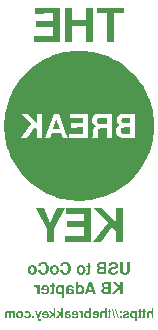
<source format=gbr>
%TF.GenerationSoftware,KiCad,Pcbnew,8.0.5*%
%TF.CreationDate,2024-11-17T15:10:29-05:00*%
%TF.ProjectId,kb-usb-to-coco,6b622d75-7362-42d7-946f-2d636f636f2e,rev?*%
%TF.SameCoordinates,Original*%
%TF.FileFunction,Legend,Bot*%
%TF.FilePolarity,Positive*%
%FSLAX46Y46*%
G04 Gerber Fmt 4.6, Leading zero omitted, Abs format (unit mm)*
G04 Created by KiCad (PCBNEW 8.0.5) date 2024-11-17 15:10:29*
%MOMM*%
%LPD*%
G01*
G04 APERTURE LIST*
%ADD10C,0.200000*%
%ADD11C,0.000000*%
G04 APERTURE END LIST*
D10*
G36*
X126906377Y-95989624D02*
G01*
X126911006Y-95945466D01*
X126927629Y-95908280D01*
X126960783Y-95883378D01*
X127003098Y-95876295D01*
X127043057Y-95881906D01*
X127079239Y-95900499D01*
X127090439Y-95910294D01*
X127113814Y-95943521D01*
X127124099Y-95983704D01*
X127124633Y-95996463D01*
X127124633Y-96364000D01*
X127282316Y-96364000D01*
X127282316Y-95538654D01*
X127124633Y-95538654D01*
X127124633Y-95839366D01*
X127098497Y-95805168D01*
X127069037Y-95778046D01*
X127030465Y-95755345D01*
X126987367Y-95742276D01*
X126946824Y-95738738D01*
X126907614Y-95741829D01*
X126878827Y-95748508D01*
X126841024Y-95764354D01*
X126815715Y-95780357D01*
X126787920Y-95808054D01*
X126767807Y-95844224D01*
X126766671Y-95846986D01*
X126755032Y-95885669D01*
X126749554Y-95926069D01*
X126748694Y-95951718D01*
X126748694Y-96364000D01*
X126906377Y-96364000D01*
X126906377Y-95989624D01*
G37*
G36*
X126343642Y-95776254D02*
G01*
X126343642Y-95876295D01*
X126431374Y-95876295D01*
X126431374Y-96199087D01*
X126427405Y-96238135D01*
X126421213Y-96251452D01*
X126383444Y-96263909D01*
X126379594Y-96263958D01*
X126343642Y-96260636D01*
X126343642Y-96376114D01*
X126382723Y-96385370D01*
X126421732Y-96388808D01*
X126434696Y-96389010D01*
X126479165Y-96385547D01*
X126522579Y-96372248D01*
X126555140Y-96348974D01*
X126576847Y-96315727D01*
X126587700Y-96272505D01*
X126589057Y-96247154D01*
X126589057Y-95876295D01*
X126666629Y-95876295D01*
X126666629Y-95776254D01*
X126589057Y-95776254D01*
X126589057Y-95613685D01*
X126431374Y-95613685D01*
X126431374Y-95776254D01*
X126343642Y-95776254D01*
G37*
G36*
X125982553Y-95776254D02*
G01*
X125982553Y-95876295D01*
X126070285Y-95876295D01*
X126070285Y-96199087D01*
X126066316Y-96238135D01*
X126060125Y-96251452D01*
X126022355Y-96263909D01*
X126018506Y-96263958D01*
X125982553Y-96260636D01*
X125982553Y-96376114D01*
X126021634Y-96385370D01*
X126060644Y-96388808D01*
X126073607Y-96389010D01*
X126118076Y-96385547D01*
X126161491Y-96372248D01*
X126194051Y-96348974D01*
X126215758Y-96315727D01*
X126226612Y-96272505D01*
X126227969Y-96247154D01*
X126227969Y-95876295D01*
X126305540Y-95876295D01*
X126305540Y-95776254D01*
X126227969Y-95776254D01*
X126227969Y-95613685D01*
X126070285Y-95613685D01*
X126070285Y-95776254D01*
X125982553Y-95776254D01*
G37*
G36*
X125591545Y-95742434D02*
G01*
X125633475Y-95756087D01*
X125670020Y-95779801D01*
X125697058Y-95808135D01*
X125720139Y-95843860D01*
X125720139Y-95751243D01*
X125877822Y-95751243D01*
X125877822Y-96601599D01*
X125720139Y-96601599D01*
X125720139Y-96285451D01*
X125701179Y-96315285D01*
X125670020Y-96348557D01*
X125633475Y-96371919D01*
X125591545Y-96385369D01*
X125551318Y-96389010D01*
X125511650Y-96385699D01*
X125468635Y-96373467D01*
X125429136Y-96352221D01*
X125398077Y-96326836D01*
X125369601Y-96294830D01*
X125352566Y-96270586D01*
X125331271Y-96231781D01*
X125315086Y-96190050D01*
X125304013Y-96145392D01*
X125298689Y-96105942D01*
X125297007Y-96066609D01*
X125454598Y-96066609D01*
X125454924Y-96081523D01*
X125459819Y-96123213D01*
X125472145Y-96164169D01*
X125491723Y-96199478D01*
X125511629Y-96222217D01*
X125546525Y-96244143D01*
X125587466Y-96251452D01*
X125619165Y-96247387D01*
X125655755Y-96229321D01*
X125683600Y-96200064D01*
X125694126Y-96183152D01*
X125709827Y-96144577D01*
X125717855Y-96104443D01*
X125720139Y-96064460D01*
X125719568Y-96043910D01*
X125714108Y-96001356D01*
X125702869Y-95963903D01*
X125683600Y-95928270D01*
X125663890Y-95905531D01*
X125628920Y-95883604D01*
X125587466Y-95876295D01*
X125555673Y-95880453D01*
X125519005Y-95898932D01*
X125491137Y-95928856D01*
X125480610Y-95946078D01*
X125464910Y-95985302D01*
X125456882Y-96026053D01*
X125454598Y-96066609D01*
X125297007Y-96066609D01*
X125296915Y-96064460D01*
X125297528Y-96039289D01*
X125301275Y-95998954D01*
X125310266Y-95953223D01*
X125324163Y-95910404D01*
X125342964Y-95870498D01*
X125366671Y-95833504D01*
X125371074Y-95827674D01*
X125399349Y-95796579D01*
X125430796Y-95772147D01*
X125471497Y-95752064D01*
X125509821Y-95742069D01*
X125551318Y-95738738D01*
X125591545Y-95742434D01*
G37*
G36*
X125084521Y-96188926D02*
G01*
X125069454Y-96226254D01*
X125052477Y-96244809D01*
X125014491Y-96259750D01*
X124972936Y-96263789D01*
X124960641Y-96263958D01*
X124919870Y-96261410D01*
X124880669Y-96251280D01*
X124874668Y-96248521D01*
X124846058Y-96220074D01*
X124843600Y-96205535D01*
X124855519Y-96177007D01*
X124891211Y-96158746D01*
X124896552Y-96157077D01*
X125084521Y-96098459D01*
X125098199Y-96094355D01*
X125115589Y-96087907D01*
X125134151Y-96080482D01*
X125155059Y-96069345D01*
X125173621Y-96054690D01*
X125191011Y-96035542D01*
X125203907Y-96011704D01*
X125214068Y-95980636D01*
X125217389Y-95943316D01*
X125214182Y-95903906D01*
X125202663Y-95863468D01*
X125182767Y-95827940D01*
X125154492Y-95797321D01*
X125150369Y-95793839D01*
X125113806Y-95769732D01*
X125076804Y-95754289D01*
X125035128Y-95744119D01*
X124995684Y-95739599D01*
X124967480Y-95738738D01*
X124923326Y-95740606D01*
X124882896Y-95746212D01*
X124840432Y-95757474D01*
X124803037Y-95773823D01*
X124775017Y-95791885D01*
X124744352Y-95820926D01*
X124722114Y-95855095D01*
X124708302Y-95894394D01*
X124702916Y-95938822D01*
X124854933Y-95938822D01*
X124866542Y-95899254D01*
X124899904Y-95874341D01*
X124942256Y-95864963D01*
X124968652Y-95863790D01*
X125008130Y-95868147D01*
X125035086Y-95879226D01*
X125058841Y-95911534D01*
X125059706Y-95921041D01*
X125048569Y-95949177D01*
X125012430Y-95966723D01*
X125004605Y-95969303D01*
X124805498Y-96026944D01*
X124764926Y-96043074D01*
X124728200Y-96069323D01*
X124702901Y-96103576D01*
X124689027Y-96145832D01*
X124686112Y-96180915D01*
X124690069Y-96219988D01*
X124698618Y-96249694D01*
X124715998Y-96285237D01*
X124738478Y-96316323D01*
X124767858Y-96342578D01*
X124804583Y-96362537D01*
X124821130Y-96369080D01*
X124861413Y-96380427D01*
X124902202Y-96386655D01*
X124942305Y-96388932D01*
X124951653Y-96389010D01*
X125001820Y-96387251D01*
X125047176Y-96381976D01*
X125087719Y-96373183D01*
X125134292Y-96355988D01*
X125172310Y-96332541D01*
X125201773Y-96302841D01*
X125222682Y-96266889D01*
X125235036Y-96224683D01*
X125238687Y-96188926D01*
X125084521Y-96188926D01*
G37*
G36*
X124425261Y-96201431D02*
G01*
X124425261Y-96364000D01*
X124594082Y-96364000D01*
X124594082Y-96201431D01*
X124425261Y-96201431D01*
G37*
G36*
X124425261Y-95776254D02*
G01*
X124425261Y-95938822D01*
X124594082Y-95938822D01*
X124594082Y-95776254D01*
X124425261Y-95776254D01*
G37*
G36*
X124136468Y-95563665D02*
G01*
X124061046Y-95563665D01*
X124292979Y-96376505D01*
X124368206Y-96376505D01*
X124136468Y-95563665D01*
G37*
G36*
X123825400Y-95563665D02*
G01*
X123749978Y-95563665D01*
X123981911Y-96376505D01*
X124057138Y-96376505D01*
X123825400Y-95563665D01*
G37*
G36*
X123401786Y-95776254D02*
G01*
X123401786Y-95876295D01*
X123489518Y-95876295D01*
X123489518Y-96199087D01*
X123485549Y-96238135D01*
X123479357Y-96251452D01*
X123441587Y-96263909D01*
X123437738Y-96263958D01*
X123401786Y-96260636D01*
X123401786Y-96376114D01*
X123440866Y-96385370D01*
X123479876Y-96388808D01*
X123492839Y-96389010D01*
X123537309Y-96385547D01*
X123580723Y-96372248D01*
X123613284Y-96348974D01*
X123634991Y-96315727D01*
X123645844Y-96272505D01*
X123647201Y-96247154D01*
X123647201Y-95876295D01*
X123724772Y-95876295D01*
X123724772Y-95776254D01*
X123647201Y-95776254D01*
X123647201Y-95613685D01*
X123489518Y-95613685D01*
X123489518Y-95776254D01*
X123401786Y-95776254D01*
G37*
G36*
X122938310Y-95989624D02*
G01*
X122942939Y-95945466D01*
X122959562Y-95908280D01*
X122992716Y-95883378D01*
X123035031Y-95876295D01*
X123074990Y-95881906D01*
X123111172Y-95900499D01*
X123122372Y-95910294D01*
X123145747Y-95943521D01*
X123156032Y-95983704D01*
X123156566Y-95996463D01*
X123156566Y-96364000D01*
X123314249Y-96364000D01*
X123314249Y-95538654D01*
X123156566Y-95538654D01*
X123156566Y-95839366D01*
X123130430Y-95805168D01*
X123100970Y-95778046D01*
X123062398Y-95755345D01*
X123019300Y-95742276D01*
X122978757Y-95738738D01*
X122939547Y-95741829D01*
X122910760Y-95748508D01*
X122872957Y-95764354D01*
X122847648Y-95780357D01*
X122819853Y-95808054D01*
X122799740Y-95844224D01*
X122798604Y-95846986D01*
X122786965Y-95885669D01*
X122781487Y-95926069D01*
X122780627Y-95951718D01*
X122780627Y-96364000D01*
X122938310Y-96364000D01*
X122938310Y-95989624D01*
G37*
G36*
X122423720Y-95739084D02*
G01*
X122469437Y-95744270D01*
X122511281Y-95755680D01*
X122549250Y-95773313D01*
X122583345Y-95797171D01*
X122613565Y-95827251D01*
X122635293Y-95856496D01*
X122656506Y-95895770D01*
X122672415Y-95939605D01*
X122681622Y-95979619D01*
X122687146Y-96022801D01*
X122688987Y-96069150D01*
X122687827Y-96105426D01*
X122683114Y-96147972D01*
X122674775Y-96187407D01*
X122659984Y-96230625D01*
X122639971Y-96269363D01*
X122614738Y-96303623D01*
X122600296Y-96318882D01*
X122568519Y-96344899D01*
X122532881Y-96364911D01*
X122493382Y-96378920D01*
X122450023Y-96386925D01*
X122410941Y-96389010D01*
X122385748Y-96388216D01*
X122343598Y-96383007D01*
X122303917Y-96372936D01*
X122266704Y-96358003D01*
X122231960Y-96338207D01*
X122196838Y-96310535D01*
X122168066Y-96278515D01*
X122145645Y-96242147D01*
X122129574Y-96201431D01*
X122284912Y-96201431D01*
X122295836Y-96219444D01*
X122326443Y-96246311D01*
X122363973Y-96260050D01*
X122405275Y-96263958D01*
X122430080Y-96262411D01*
X122468973Y-96250866D01*
X122480819Y-96243515D01*
X122507271Y-96212960D01*
X122513230Y-96200589D01*
X122525247Y-96162743D01*
X122528389Y-96142025D01*
X122531304Y-96101390D01*
X122123907Y-96101390D01*
X122122735Y-96075598D01*
X122122893Y-96061171D01*
X122125263Y-96019745D01*
X122127830Y-96001348D01*
X122287061Y-96001348D01*
X122529155Y-96001348D01*
X122523827Y-95969108D01*
X122510695Y-95928808D01*
X122487578Y-95894015D01*
X122450878Y-95870372D01*
X122409769Y-95863790D01*
X122393141Y-95864663D01*
X122355446Y-95875104D01*
X122323795Y-95899547D01*
X122308329Y-95922056D01*
X122293959Y-95959522D01*
X122287061Y-96001348D01*
X122127830Y-96001348D01*
X122131231Y-95976980D01*
X122140711Y-95937649D01*
X122149090Y-95912375D01*
X122165846Y-95874356D01*
X122187410Y-95840734D01*
X122194750Y-95831755D01*
X122222938Y-95803550D01*
X122255017Y-95780357D01*
X122257445Y-95778893D01*
X122293460Y-95760378D01*
X122331025Y-95747726D01*
X122366345Y-95741275D01*
X122407620Y-95738738D01*
X122423720Y-95739084D01*
G37*
G36*
X122008234Y-96364000D02*
G01*
X121850551Y-96364000D01*
X121850551Y-96298152D01*
X121831620Y-96324327D01*
X121800597Y-96353518D01*
X121764300Y-96374015D01*
X121722731Y-96385816D01*
X121682902Y-96389010D01*
X121643214Y-96385733D01*
X121600122Y-96373628D01*
X121560491Y-96352603D01*
X121529274Y-96327481D01*
X121500599Y-96295807D01*
X121483426Y-96271795D01*
X121461959Y-96233109D01*
X121445645Y-96191222D01*
X121434482Y-96146134D01*
X121429115Y-96106115D01*
X121427377Y-96065046D01*
X121585010Y-96065046D01*
X121585336Y-96080171D01*
X121590230Y-96122391D01*
X121602557Y-96163756D01*
X121622135Y-96199282D01*
X121642040Y-96222107D01*
X121676937Y-96244116D01*
X121717878Y-96251452D01*
X121749576Y-96247326D01*
X121786167Y-96228985D01*
X121814012Y-96199282D01*
X121824538Y-96182168D01*
X121840238Y-96143074D01*
X121848267Y-96102342D01*
X121850551Y-96061725D01*
X121850224Y-96046570D01*
X121845330Y-96004343D01*
X121833003Y-95963115D01*
X121813426Y-95927879D01*
X121793532Y-95905311D01*
X121758700Y-95883549D01*
X121717878Y-95876295D01*
X121686605Y-95880469D01*
X121650198Y-95899016D01*
X121622135Y-95929052D01*
X121611439Y-95946282D01*
X121595487Y-95985209D01*
X121587330Y-96025332D01*
X121585010Y-96065046D01*
X121427377Y-96065046D01*
X121427327Y-96063874D01*
X121428471Y-96029152D01*
X121433123Y-95987973D01*
X121441351Y-95949265D01*
X121455949Y-95906078D01*
X121475698Y-95866449D01*
X121500599Y-95830378D01*
X121529274Y-95799234D01*
X121560491Y-95774535D01*
X121600122Y-95753862D01*
X121643214Y-95741960D01*
X121682902Y-95738738D01*
X121709885Y-95740188D01*
X121752961Y-95749705D01*
X121790764Y-95768104D01*
X121823294Y-95795386D01*
X121850551Y-95831550D01*
X121850551Y-95538654D01*
X122008234Y-95538654D01*
X122008234Y-96364000D01*
G37*
G36*
X121324354Y-95751243D02*
G01*
X121166671Y-95751243D01*
X121166671Y-95853239D01*
X121147232Y-95818558D01*
X121120602Y-95787412D01*
X121096915Y-95768633D01*
X121061918Y-95750416D01*
X121021090Y-95740168D01*
X120997850Y-95738738D01*
X120978701Y-95739715D01*
X120978701Y-95880789D01*
X121018610Y-95876510D01*
X121028331Y-95876295D01*
X121068185Y-95879868D01*
X121107093Y-95893589D01*
X121140192Y-95922602D01*
X121158024Y-95958617D01*
X121166130Y-96004924D01*
X121166671Y-96022646D01*
X121166671Y-96364000D01*
X121324354Y-96364000D01*
X121324354Y-95751243D01*
G37*
G36*
X120665171Y-95739084D02*
G01*
X120710889Y-95744270D01*
X120752732Y-95755680D01*
X120790701Y-95773313D01*
X120824796Y-95797171D01*
X120855017Y-95827251D01*
X120876745Y-95856496D01*
X120897957Y-95895770D01*
X120913867Y-95939605D01*
X120923073Y-95979619D01*
X120928597Y-96022801D01*
X120930439Y-96069150D01*
X120929279Y-96105426D01*
X120924566Y-96147972D01*
X120916227Y-96187407D01*
X120901435Y-96230625D01*
X120881422Y-96269363D01*
X120856189Y-96303623D01*
X120841748Y-96318882D01*
X120809970Y-96344899D01*
X120774332Y-96364911D01*
X120734834Y-96378920D01*
X120691475Y-96386925D01*
X120652393Y-96389010D01*
X120627199Y-96388216D01*
X120585050Y-96383007D01*
X120545369Y-96372936D01*
X120508156Y-96358003D01*
X120473412Y-96338207D01*
X120438290Y-96310535D01*
X120409518Y-96278515D01*
X120387096Y-96242147D01*
X120371025Y-96201431D01*
X120526363Y-96201431D01*
X120537288Y-96219444D01*
X120567894Y-96246311D01*
X120605425Y-96260050D01*
X120646726Y-96263958D01*
X120671532Y-96262411D01*
X120710425Y-96250866D01*
X120722271Y-96243515D01*
X120748722Y-96212960D01*
X120754682Y-96200589D01*
X120766698Y-96162743D01*
X120769840Y-96142025D01*
X120772756Y-96101390D01*
X120365359Y-96101390D01*
X120364186Y-96075598D01*
X120364344Y-96061171D01*
X120366714Y-96019745D01*
X120369282Y-96001348D01*
X120528513Y-96001348D01*
X120770606Y-96001348D01*
X120765279Y-95969108D01*
X120752147Y-95928808D01*
X120729030Y-95894015D01*
X120692329Y-95870372D01*
X120651220Y-95863790D01*
X120634593Y-95864663D01*
X120596898Y-95875104D01*
X120565247Y-95899547D01*
X120549781Y-95922056D01*
X120535410Y-95959522D01*
X120528513Y-96001348D01*
X120369282Y-96001348D01*
X120372683Y-95976980D01*
X120382163Y-95937649D01*
X120390541Y-95912375D01*
X120407298Y-95874356D01*
X120428862Y-95840734D01*
X120436201Y-95831755D01*
X120464390Y-95803550D01*
X120496468Y-95780357D01*
X120498897Y-95778893D01*
X120534912Y-95760378D01*
X120572477Y-95747726D01*
X120607796Y-95741275D01*
X120649071Y-95738738D01*
X120665171Y-95739084D01*
G37*
G36*
X120024842Y-95738933D02*
G01*
X120067443Y-95741864D01*
X120117941Y-95751243D01*
X120161233Y-95766875D01*
X120197320Y-95788759D01*
X120226201Y-95816896D01*
X120247878Y-95851285D01*
X120262349Y-95891927D01*
X120269615Y-95938822D01*
X120117794Y-95938822D01*
X120111774Y-95912654D01*
X120088485Y-95880008D01*
X120086973Y-95879010D01*
X120048148Y-95866467D01*
X120006419Y-95863790D01*
X119962310Y-95868736D01*
X119928002Y-95888214D01*
X119915170Y-95926316D01*
X119918687Y-95948787D01*
X119931583Y-95966177D01*
X119947996Y-95978291D01*
X119971053Y-95986498D01*
X119992937Y-95991578D01*
X120018729Y-95996267D01*
X120041200Y-95999198D01*
X120104312Y-96010727D01*
X120136298Y-96017767D01*
X120182616Y-96034736D01*
X120220195Y-96058250D01*
X120249035Y-96088309D01*
X120269135Y-96124913D01*
X120280496Y-96168062D01*
X120283293Y-96207293D01*
X120282057Y-96232100D01*
X120273606Y-96272834D01*
X120257149Y-96308528D01*
X120232686Y-96339184D01*
X120212495Y-96356117D01*
X120177932Y-96374948D01*
X120138237Y-96385896D01*
X120098645Y-96389010D01*
X120061256Y-96386022D01*
X120019249Y-96374982D01*
X119978982Y-96355808D01*
X119945851Y-96332899D01*
X119913998Y-96304013D01*
X119911874Y-96328116D01*
X119896022Y-96364000D01*
X119725052Y-96364000D01*
X119725052Y-96345046D01*
X119727263Y-96343023D01*
X119752016Y-96310608D01*
X119761004Y-96271773D01*
X119761004Y-96117021D01*
X119915170Y-96117021D01*
X119917210Y-96150275D01*
X119926674Y-96189418D01*
X119947801Y-96225856D01*
X119963367Y-96240702D01*
X119999123Y-96258600D01*
X120040027Y-96263958D01*
X120067321Y-96261127D01*
X120102553Y-96243832D01*
X120115680Y-96228153D01*
X120125610Y-96188731D01*
X120123644Y-96167947D01*
X120105484Y-96133239D01*
X120073349Y-96114005D01*
X120035533Y-96103148D01*
X119981604Y-96092792D01*
X119953390Y-96086229D01*
X119915170Y-96073057D01*
X119915170Y-96117021D01*
X119761004Y-96117021D01*
X119761004Y-95925144D01*
X119764891Y-95881455D01*
X119776550Y-95843591D01*
X119802055Y-95804453D01*
X119839706Y-95774417D01*
X119878571Y-95756942D01*
X119925209Y-95745291D01*
X119965289Y-95740376D01*
X120009741Y-95738738D01*
X120024842Y-95738933D01*
G37*
G36*
X119463614Y-95989624D02*
G01*
X119264507Y-95751243D01*
X119085526Y-95751243D01*
X119292644Y-95982785D01*
X119070872Y-96364000D01*
X119255519Y-96364000D01*
X119400697Y-96093965D01*
X119463614Y-96163134D01*
X119463614Y-96364000D01*
X119621297Y-96364000D01*
X119621297Y-95538654D01*
X119463614Y-95538654D01*
X119463614Y-95989624D01*
G37*
G36*
X118832100Y-95989624D02*
G01*
X118632993Y-95751243D01*
X118454012Y-95751243D01*
X118661130Y-95982785D01*
X118439357Y-96364000D01*
X118624005Y-96364000D01*
X118769183Y-96093965D01*
X118832100Y-96163134D01*
X118832100Y-96364000D01*
X118989783Y-96364000D01*
X118989783Y-95538654D01*
X118832100Y-95538654D01*
X118832100Y-95989624D01*
G37*
G36*
X118149275Y-95739084D02*
G01*
X118194992Y-95744270D01*
X118236836Y-95755680D01*
X118274805Y-95773313D01*
X118308899Y-95797171D01*
X118339120Y-95827251D01*
X118360848Y-95856496D01*
X118382061Y-95895770D01*
X118397970Y-95939605D01*
X118407177Y-95979619D01*
X118412701Y-96022801D01*
X118414542Y-96069150D01*
X118413382Y-96105426D01*
X118408669Y-96147972D01*
X118400330Y-96187407D01*
X118385538Y-96230625D01*
X118365526Y-96269363D01*
X118340292Y-96303623D01*
X118325851Y-96318882D01*
X118294074Y-96344899D01*
X118258436Y-96364911D01*
X118218937Y-96378920D01*
X118175578Y-96386925D01*
X118136496Y-96389010D01*
X118111302Y-96388216D01*
X118069153Y-96383007D01*
X118029472Y-96372936D01*
X117992259Y-96358003D01*
X117957515Y-96338207D01*
X117922393Y-96310535D01*
X117893621Y-96278515D01*
X117871200Y-96242147D01*
X117855128Y-96201431D01*
X118010467Y-96201431D01*
X118021391Y-96219444D01*
X118051998Y-96246311D01*
X118089528Y-96260050D01*
X118130830Y-96263958D01*
X118155635Y-96262411D01*
X118194528Y-96250866D01*
X118206374Y-96243515D01*
X118232825Y-96212960D01*
X118238785Y-96200589D01*
X118250802Y-96162743D01*
X118253943Y-96142025D01*
X118256859Y-96101390D01*
X117849462Y-96101390D01*
X117848290Y-96075598D01*
X117848448Y-96061171D01*
X117850817Y-96019745D01*
X117853385Y-96001348D01*
X118012616Y-96001348D01*
X118254710Y-96001348D01*
X118249382Y-95969108D01*
X118236250Y-95928808D01*
X118213133Y-95894015D01*
X118176433Y-95870372D01*
X118135324Y-95863790D01*
X118118696Y-95864663D01*
X118081001Y-95875104D01*
X118049350Y-95899547D01*
X118033884Y-95922056D01*
X118019513Y-95959522D01*
X118012616Y-96001348D01*
X117853385Y-96001348D01*
X117856786Y-95976980D01*
X117866266Y-95937649D01*
X117874645Y-95912375D01*
X117891401Y-95874356D01*
X117912965Y-95840734D01*
X117920305Y-95831755D01*
X117948493Y-95803550D01*
X117980571Y-95780357D01*
X117983000Y-95778893D01*
X118019015Y-95760378D01*
X118056580Y-95747726D01*
X118091900Y-95741275D01*
X118133174Y-95738738D01*
X118149275Y-95739084D01*
G37*
G36*
X117592128Y-96377091D02*
G01*
X117592128Y-96372597D01*
X117818199Y-95751243D01*
X117644884Y-95751243D01*
X117511039Y-96185800D01*
X117385010Y-95751243D01*
X117222832Y-95751243D01*
X117472742Y-96459547D01*
X117477236Y-96474593D01*
X117484661Y-96493351D01*
X117493649Y-96513476D01*
X117506545Y-96535360D01*
X117524521Y-96554900D01*
X117549922Y-96574244D01*
X117581967Y-96588117D01*
X117620653Y-96598089D01*
X117623586Y-96598473D01*
X117663271Y-96601449D01*
X117675366Y-96601599D01*
X117714469Y-96599075D01*
X117731639Y-96596714D01*
X117731639Y-96469903D01*
X117692152Y-96476521D01*
X117690020Y-96476547D01*
X117649605Y-96468440D01*
X117620264Y-96447824D01*
X117598310Y-96413556D01*
X117592128Y-96377091D01*
G37*
G36*
X116990118Y-96201431D02*
G01*
X116990118Y-96364000D01*
X117158939Y-96364000D01*
X117158939Y-96201431D01*
X116990118Y-96201431D01*
G37*
G36*
X116604605Y-95863790D02*
G01*
X116648166Y-95870989D01*
X116682714Y-95892586D01*
X116708249Y-95928582D01*
X116722644Y-95969576D01*
X116729654Y-96009571D01*
X116732658Y-96055965D01*
X116732784Y-96068563D01*
X116730646Y-96111745D01*
X116723133Y-96154486D01*
X116708440Y-96194725D01*
X116698590Y-96211983D01*
X116671968Y-96241574D01*
X116636133Y-96259846D01*
X116604605Y-96263958D01*
X116565699Y-96258849D01*
X116532504Y-96240706D01*
X116508146Y-96207453D01*
X116493910Y-96170490D01*
X116492058Y-96163916D01*
X116341213Y-96163916D01*
X116348975Y-96207318D01*
X116362515Y-96246569D01*
X116381834Y-96281669D01*
X116406930Y-96312617D01*
X116423865Y-96328438D01*
X116457004Y-96352040D01*
X116493845Y-96369845D01*
X116534389Y-96381853D01*
X116578636Y-96388064D01*
X116605582Y-96389010D01*
X116646310Y-96386959D01*
X116691318Y-96379082D01*
X116732108Y-96365297D01*
X116768681Y-96345605D01*
X116801035Y-96320006D01*
X116815631Y-96304990D01*
X116841063Y-96271019D01*
X116861234Y-96232267D01*
X116876143Y-96188734D01*
X116884547Y-96148804D01*
X116889297Y-96105554D01*
X116890467Y-96068563D01*
X116888625Y-96021254D01*
X116883101Y-95977388D01*
X116873895Y-95936967D01*
X116861005Y-95899990D01*
X116840676Y-95860164D01*
X116815045Y-95825297D01*
X116784625Y-95795881D01*
X116749932Y-95772550D01*
X116710967Y-95755306D01*
X116667730Y-95744148D01*
X116628434Y-95739499D01*
X116603433Y-95738738D01*
X116562313Y-95740840D01*
X116518194Y-95748606D01*
X116478228Y-95762094D01*
X116442412Y-95781304D01*
X116419371Y-95798528D01*
X116391589Y-95826808D01*
X116369790Y-95859501D01*
X116353975Y-95896606D01*
X116344144Y-95938125D01*
X116341213Y-95963832D01*
X116492058Y-95963832D01*
X116504979Y-95925016D01*
X116526283Y-95891408D01*
X116530941Y-95886847D01*
X116566655Y-95868203D01*
X116604605Y-95863790D01*
G37*
G36*
X115992117Y-95739492D02*
G01*
X116032564Y-95744099D01*
X116077246Y-95755156D01*
X116117725Y-95772245D01*
X116154000Y-95795365D01*
X116186070Y-95824516D01*
X116209093Y-95852925D01*
X116231570Y-95891412D01*
X116248427Y-95934693D01*
X116258182Y-95974424D01*
X116264036Y-96017484D01*
X116265987Y-96063874D01*
X116264738Y-96101255D01*
X116259665Y-96144994D01*
X116250690Y-96185412D01*
X116234769Y-96229532D01*
X116213229Y-96268870D01*
X116186070Y-96303427D01*
X116165142Y-96323486D01*
X116130188Y-96348559D01*
X116090962Y-96367614D01*
X116047463Y-96380652D01*
X116007950Y-96386921D01*
X115965470Y-96389010D01*
X115940002Y-96388251D01*
X115899806Y-96383612D01*
X115855285Y-96372479D01*
X115814818Y-96355274D01*
X115778404Y-96331996D01*
X115746042Y-96302646D01*
X115722682Y-96274159D01*
X115699876Y-96236020D01*
X115682771Y-96193568D01*
X115672873Y-96154896D01*
X115666934Y-96113227D01*
X115664954Y-96068563D01*
X115665051Y-96066219D01*
X115822442Y-96066219D01*
X115823420Y-96092890D01*
X115829052Y-96132210D01*
X115841374Y-96171511D01*
X115862497Y-96209052D01*
X115889681Y-96238006D01*
X115924828Y-96257470D01*
X115965470Y-96263958D01*
X116006623Y-96257400D01*
X116041956Y-96237729D01*
X116069029Y-96208466D01*
X116082376Y-96186475D01*
X116097219Y-96149057D01*
X116105849Y-96106323D01*
X116108303Y-96063874D01*
X116107345Y-96036851D01*
X116101822Y-95997027D01*
X116089740Y-95957247D01*
X116069029Y-95919282D01*
X116041956Y-95890019D01*
X116006623Y-95870347D01*
X115965470Y-95863790D01*
X115923632Y-95870278D01*
X115888119Y-95889742D01*
X115861325Y-95918696D01*
X115846174Y-95944522D01*
X115832163Y-95983030D01*
X115824872Y-96022267D01*
X115822442Y-96066219D01*
X115665051Y-96066219D01*
X115666891Y-96021577D01*
X115672701Y-95977949D01*
X115682385Y-95937680D01*
X115695942Y-95900769D01*
X115717324Y-95860908D01*
X115744284Y-95825884D01*
X115765109Y-95805459D01*
X115800067Y-95779928D01*
X115839490Y-95760524D01*
X115883378Y-95747248D01*
X115923362Y-95740865D01*
X115966447Y-95738738D01*
X115992117Y-95739492D01*
G37*
G36*
X115572728Y-95751243D02*
G01*
X115416217Y-95751243D01*
X115416217Y-95827447D01*
X115389289Y-95797791D01*
X115358002Y-95771137D01*
X115339036Y-95759254D01*
X115300591Y-95744528D01*
X115259131Y-95738918D01*
X115249546Y-95738738D01*
X115207418Y-95742014D01*
X115164764Y-95754120D01*
X115129103Y-95775145D01*
X115100437Y-95805090D01*
X115084242Y-95831941D01*
X115057392Y-95800266D01*
X115022282Y-95771596D01*
X114983095Y-95751844D01*
X114939832Y-95741013D01*
X114906433Y-95738738D01*
X114863312Y-95741876D01*
X114825198Y-95751292D01*
X114788305Y-95769387D01*
X114763991Y-95788954D01*
X114739244Y-95820244D01*
X114722596Y-95857840D01*
X114714597Y-95896552D01*
X114712798Y-95928856D01*
X114712798Y-96364000D01*
X114870285Y-96364000D01*
X114870285Y-95955625D01*
X114879292Y-95916165D01*
X114893342Y-95897984D01*
X114928574Y-95879345D01*
X114955868Y-95876295D01*
X114995960Y-95882392D01*
X115029620Y-95902453D01*
X115035198Y-95908145D01*
X115055815Y-95943316D01*
X115063472Y-95982688D01*
X115063921Y-95996463D01*
X115063921Y-96364000D01*
X115221409Y-96364000D01*
X115221409Y-95955625D01*
X115230415Y-95916165D01*
X115244465Y-95897984D01*
X115279697Y-95879345D01*
X115306992Y-95876295D01*
X115347084Y-95882392D01*
X115380744Y-95902453D01*
X115386322Y-95908145D01*
X115406938Y-95943316D01*
X115414596Y-95982688D01*
X115415045Y-95996463D01*
X115415045Y-96364000D01*
X115572728Y-96364000D01*
X115572728Y-95751243D01*
G37*
G36*
X124765247Y-92671249D02*
G01*
X124815511Y-92678436D01*
X124867385Y-92681223D01*
X124874423Y-92681263D01*
X124926337Y-92679062D01*
X124976748Y-92672461D01*
X124983356Y-92671249D01*
X125033459Y-92658655D01*
X125081384Y-92640703D01*
X125091800Y-92636078D01*
X125137507Y-92611140D01*
X125177605Y-92580780D01*
X125188031Y-92571109D01*
X125220916Y-92531485D01*
X125246429Y-92485734D01*
X125254954Y-92465840D01*
X125269694Y-92418454D01*
X125278315Y-92366969D01*
X125280844Y-92316608D01*
X125280844Y-91618318D01*
X125069818Y-91618318D01*
X125069818Y-92323691D01*
X125065047Y-92377167D01*
X125046729Y-92429374D01*
X125014672Y-92468529D01*
X124968877Y-92494632D01*
X124920219Y-92506415D01*
X124874423Y-92509316D01*
X124818063Y-92504784D01*
X124763039Y-92487381D01*
X124721772Y-92456927D01*
X124694260Y-92413422D01*
X124680504Y-92356864D01*
X124678785Y-92323691D01*
X124678785Y-91618318D01*
X124467759Y-91618318D01*
X124467759Y-92316608D01*
X124470311Y-92366969D01*
X124479014Y-92418454D01*
X124493893Y-92465840D01*
X124515406Y-92511441D01*
X124543439Y-92552548D01*
X124560571Y-92571109D01*
X124599113Y-92603019D01*
X124643358Y-92629506D01*
X124657047Y-92636078D01*
X124705046Y-92655312D01*
X124755331Y-92669279D01*
X124765247Y-92671249D01*
G37*
G36*
X123495673Y-91930949D02*
G01*
X123692532Y-91930949D01*
X123703520Y-91877826D01*
X123733465Y-91829740D01*
X123773811Y-91800431D01*
X123827707Y-91782113D01*
X123882970Y-91775244D01*
X123907710Y-91774633D01*
X123959812Y-91778760D01*
X124007565Y-91792676D01*
X124037159Y-91809560D01*
X124071520Y-91847280D01*
X124084844Y-91895412D01*
X124085031Y-91902616D01*
X124074833Y-91952259D01*
X124044242Y-91987369D01*
X123999250Y-92008987D01*
X123948513Y-92024519D01*
X123897825Y-92036258D01*
X123890858Y-92037683D01*
X123730634Y-92067725D01*
X123680050Y-92079505D01*
X123627916Y-92096636D01*
X123583192Y-92117413D01*
X123541151Y-92145623D01*
X123523761Y-92161514D01*
X123492473Y-92202721D01*
X123471425Y-92252429D01*
X123461312Y-92303751D01*
X123459036Y-92346650D01*
X123462943Y-92403222D01*
X123474664Y-92454968D01*
X123494199Y-92501888D01*
X123521547Y-92543983D01*
X123556709Y-92581252D01*
X123570167Y-92592602D01*
X123614906Y-92622733D01*
X123665776Y-92646630D01*
X123712851Y-92661782D01*
X123764184Y-92672604D01*
X123819774Y-92679098D01*
X123879622Y-92681263D01*
X123939065Y-92679199D01*
X123994202Y-92673010D01*
X124045034Y-92662694D01*
X124100349Y-92644868D01*
X124149465Y-92621100D01*
X124185659Y-92596755D01*
X124223031Y-92562437D01*
X124253447Y-92522863D01*
X124276909Y-92478035D01*
X124293416Y-92427952D01*
X124302967Y-92372614D01*
X124304605Y-92353000D01*
X124099197Y-92353000D01*
X124089014Y-92401119D01*
X124063489Y-92443869D01*
X124034472Y-92469260D01*
X123988180Y-92492065D01*
X123936278Y-92504582D01*
X123881572Y-92509159D01*
X123868387Y-92509316D01*
X123817719Y-92506456D01*
X123768899Y-92496572D01*
X123720705Y-92475392D01*
X123717201Y-92473168D01*
X123681145Y-92439242D01*
X123662873Y-92392520D01*
X123661513Y-92373272D01*
X123671120Y-92322146D01*
X123702543Y-92281098D01*
X123705233Y-92278995D01*
X123750795Y-92254105D01*
X123799777Y-92238086D01*
X123847687Y-92227229D01*
X123854221Y-92225994D01*
X123997836Y-92198394D01*
X124053203Y-92186027D01*
X124102250Y-92171272D01*
X124151484Y-92151041D01*
X124197218Y-92123942D01*
X124220097Y-92104849D01*
X124252093Y-92064490D01*
X124273618Y-92015127D01*
X124283960Y-91963691D01*
X124286287Y-91920446D01*
X124282706Y-91865981D01*
X124271964Y-91816341D01*
X124250381Y-91764528D01*
X124219050Y-91719283D01*
X124184437Y-91685729D01*
X124143259Y-91657507D01*
X124096292Y-91635125D01*
X124043539Y-91618581D01*
X123995157Y-91609255D01*
X123942755Y-91603984D01*
X123897941Y-91602686D01*
X123848599Y-91604243D01*
X123797743Y-91609333D01*
X123794626Y-91609769D01*
X123746344Y-91619454D01*
X123698859Y-91634401D01*
X123688380Y-91638346D01*
X123642172Y-91659797D01*
X123599199Y-91688176D01*
X123591416Y-91694521D01*
X123556128Y-91732657D01*
X123530321Y-91775171D01*
X123523272Y-91790020D01*
X123506454Y-91838461D01*
X123497856Y-91887511D01*
X123495673Y-91930949D01*
G37*
G36*
X123295638Y-92650000D02*
G01*
X122834263Y-92650000D01*
X122808999Y-92649568D01*
X122755393Y-92645445D01*
X122706268Y-92636954D01*
X122656943Y-92622400D01*
X122626128Y-92609365D01*
X122581569Y-92583050D01*
X122545079Y-92548883D01*
X122540488Y-92543138D01*
X122512839Y-92502660D01*
X122490858Y-92455826D01*
X122478218Y-92407955D01*
X122474005Y-92358618D01*
X122475178Y-92345917D01*
X122676726Y-92345917D01*
X122678098Y-92369531D01*
X122695168Y-92421147D01*
X122731747Y-92456245D01*
X122779758Y-92473407D01*
X122832797Y-92478053D01*
X123084612Y-92478053D01*
X123084612Y-92212316D01*
X122832797Y-92212316D01*
X122813898Y-92212838D01*
X122757353Y-92222884D01*
X122711019Y-92250022D01*
X122684195Y-92293860D01*
X122676726Y-92345917D01*
X122475178Y-92345917D01*
X122478161Y-92313633D01*
X122494121Y-92262800D01*
X122522050Y-92215402D01*
X122554468Y-92178527D01*
X122595199Y-92144037D01*
X122644242Y-92111933D01*
X122608995Y-92086974D01*
X122569453Y-92052506D01*
X122536042Y-92011549D01*
X122523385Y-91988458D01*
X122508126Y-91940985D01*
X122505807Y-91916050D01*
X122706280Y-91916050D01*
X122706425Y-91923698D01*
X122718065Y-91976146D01*
X122753420Y-92016574D01*
X122804635Y-92035999D01*
X122855268Y-92040369D01*
X123084612Y-92040369D01*
X123084612Y-91790265D01*
X122855268Y-91790265D01*
X122846102Y-91790388D01*
X122790086Y-91798126D01*
X122743527Y-91821711D01*
X122713409Y-91867038D01*
X122706280Y-91916050D01*
X122505807Y-91916050D01*
X122503558Y-91891870D01*
X122506550Y-91855472D01*
X122519190Y-91807850D01*
X122540915Y-91761816D01*
X122569015Y-91720167D01*
X122585765Y-91701300D01*
X122625802Y-91670479D01*
X122673063Y-91646894D01*
X122686344Y-91641787D01*
X122733933Y-91628392D01*
X122786627Y-91620578D01*
X122838415Y-91618318D01*
X123295638Y-91618318D01*
X123295638Y-92650000D01*
G37*
G36*
X121601325Y-91915317D02*
G01*
X121601325Y-92040369D01*
X121710990Y-92040369D01*
X121710990Y-92443859D01*
X121706029Y-92492669D01*
X121698289Y-92509316D01*
X121651077Y-92524886D01*
X121646266Y-92524947D01*
X121601325Y-92520795D01*
X121601325Y-92665143D01*
X121650176Y-92676713D01*
X121698938Y-92681011D01*
X121715142Y-92681263D01*
X121770729Y-92676933D01*
X121824997Y-92660310D01*
X121865697Y-92631218D01*
X121892831Y-92589659D01*
X121906398Y-92535631D01*
X121908094Y-92503942D01*
X121908094Y-92040369D01*
X122005058Y-92040369D01*
X122005058Y-91915317D01*
X121908094Y-91915317D01*
X121908094Y-91712107D01*
X121710990Y-91712107D01*
X121710990Y-91915317D01*
X121601325Y-91915317D01*
G37*
G36*
X121191577Y-91869365D02*
G01*
X121242135Y-91875124D01*
X121297989Y-91888945D01*
X121348587Y-91910306D01*
X121393930Y-91939206D01*
X121434019Y-91975645D01*
X121462797Y-92011157D01*
X121490893Y-92059265D01*
X121511964Y-92113367D01*
X121524159Y-92163030D01*
X121531475Y-92216855D01*
X121533914Y-92274842D01*
X121532353Y-92321569D01*
X121526012Y-92376242D01*
X121514793Y-92426765D01*
X121494892Y-92481915D01*
X121467968Y-92531088D01*
X121434019Y-92574284D01*
X121407858Y-92599357D01*
X121364166Y-92630699D01*
X121315133Y-92654518D01*
X121260760Y-92670815D01*
X121211369Y-92678651D01*
X121158269Y-92681263D01*
X121126433Y-92680314D01*
X121076188Y-92674515D01*
X121020538Y-92660599D01*
X120969953Y-92639093D01*
X120924436Y-92609995D01*
X120883984Y-92573307D01*
X120854783Y-92537699D01*
X120826275Y-92490026D01*
X120804895Y-92436960D01*
X120792522Y-92388620D01*
X120785098Y-92336534D01*
X120782623Y-92280704D01*
X120782744Y-92277773D01*
X120979483Y-92277773D01*
X120980705Y-92311112D01*
X120987746Y-92360262D01*
X121003149Y-92409389D01*
X121029553Y-92456315D01*
X121063532Y-92492508D01*
X121107466Y-92516837D01*
X121158269Y-92524947D01*
X121209709Y-92516751D01*
X121253876Y-92492161D01*
X121287717Y-92455582D01*
X121304401Y-92428093D01*
X121322955Y-92381322D01*
X121333742Y-92327904D01*
X121336810Y-92274842D01*
X121335611Y-92241064D01*
X121328708Y-92191284D01*
X121313606Y-92141558D01*
X121287717Y-92094103D01*
X121253876Y-92057524D01*
X121209709Y-92032934D01*
X121158269Y-92024738D01*
X121105970Y-92032848D01*
X121061580Y-92057177D01*
X121028087Y-92093370D01*
X121009148Y-92125652D01*
X120991634Y-92173787D01*
X120982521Y-92222834D01*
X120979483Y-92277773D01*
X120782744Y-92277773D01*
X120785044Y-92221972D01*
X120792307Y-92167437D01*
X120804412Y-92117100D01*
X120821358Y-92070961D01*
X120848086Y-92021135D01*
X120881786Y-91977355D01*
X120907817Y-91951824D01*
X120951514Y-91919910D01*
X121000793Y-91895655D01*
X121055653Y-91879060D01*
X121105633Y-91871082D01*
X121159490Y-91868422D01*
X121191577Y-91869365D01*
G37*
G36*
X119589741Y-91962212D02*
G01*
X119605470Y-91908173D01*
X119628080Y-91863293D01*
X119664296Y-91821528D01*
X119710421Y-91792951D01*
X119766454Y-91777564D01*
X119809315Y-91774633D01*
X119861503Y-91779320D01*
X119908431Y-91793380D01*
X119955623Y-91820926D01*
X119991282Y-91855071D01*
X120004954Y-91872575D01*
X120032362Y-91919082D01*
X120050497Y-91964769D01*
X120063687Y-92015831D01*
X120071930Y-92072268D01*
X120075021Y-92123405D01*
X120075296Y-92144905D01*
X120073632Y-92196655D01*
X120067244Y-92253923D01*
X120056064Y-92305918D01*
X120040093Y-92352641D01*
X120015404Y-92400487D01*
X120007152Y-92412840D01*
X119974649Y-92450431D01*
X119931178Y-92482088D01*
X119880959Y-92501684D01*
X119831483Y-92508939D01*
X119816398Y-92509316D01*
X119764024Y-92505143D01*
X119713172Y-92490717D01*
X119670048Y-92465987D01*
X119658617Y-92456559D01*
X119626494Y-92419093D01*
X119604006Y-92372944D01*
X119592006Y-92323987D01*
X119589741Y-92306106D01*
X119384333Y-92306106D01*
X119390104Y-92358256D01*
X119401158Y-92406937D01*
X119421397Y-92460772D01*
X119449243Y-92509610D01*
X119484697Y-92553451D01*
X119512560Y-92579902D01*
X119559458Y-92614349D01*
X119602461Y-92637610D01*
X119649031Y-92655922D01*
X119699166Y-92669285D01*
X119752868Y-92677699D01*
X119810135Y-92681164D01*
X119822016Y-92681263D01*
X119874120Y-92678996D01*
X119923453Y-92672195D01*
X119981223Y-92657319D01*
X120034665Y-92635358D01*
X120083777Y-92606314D01*
X120128560Y-92570186D01*
X120161269Y-92536182D01*
X120197295Y-92488305D01*
X120227215Y-92435346D01*
X120246754Y-92389322D01*
X120262386Y-92340046D01*
X120274109Y-92287518D01*
X120281925Y-92231739D01*
X120285833Y-92172709D01*
X120286322Y-92141974D01*
X120284345Y-92081318D01*
X120278414Y-92023913D01*
X120268530Y-91969760D01*
X120254692Y-91918859D01*
X120236901Y-91871208D01*
X120215155Y-91826810D01*
X120182414Y-91775883D01*
X120159804Y-91747766D01*
X120117996Y-91705971D01*
X120071800Y-91671259D01*
X120021215Y-91643632D01*
X119966241Y-91623088D01*
X119906879Y-91609628D01*
X119856229Y-91603961D01*
X119816398Y-91602686D01*
X119761286Y-91605024D01*
X119709370Y-91612036D01*
X119660651Y-91623723D01*
X119606406Y-91643919D01*
X119556763Y-91670847D01*
X119518911Y-91698429D01*
X119478911Y-91736875D01*
X119446107Y-91780403D01*
X119420499Y-91829015D01*
X119402086Y-91882711D01*
X119392239Y-91931340D01*
X119388729Y-91962212D01*
X119589741Y-91962212D01*
G37*
G36*
X118934773Y-91869365D02*
G01*
X118985332Y-91875124D01*
X119041185Y-91888945D01*
X119091783Y-91910306D01*
X119137127Y-91939206D01*
X119177215Y-91975645D01*
X119205993Y-92011157D01*
X119234089Y-92059265D01*
X119255160Y-92113367D01*
X119267355Y-92163030D01*
X119274671Y-92216855D01*
X119277110Y-92274842D01*
X119275549Y-92321569D01*
X119269208Y-92376242D01*
X119257990Y-92426765D01*
X119238089Y-92481915D01*
X119211164Y-92531088D01*
X119177215Y-92574284D01*
X119151054Y-92599357D01*
X119107362Y-92630699D01*
X119058330Y-92654518D01*
X119003956Y-92670815D01*
X118954565Y-92678651D01*
X118901465Y-92681263D01*
X118869629Y-92680314D01*
X118819384Y-92674515D01*
X118763734Y-92660599D01*
X118713150Y-92639093D01*
X118667632Y-92609995D01*
X118627180Y-92573307D01*
X118597979Y-92537699D01*
X118569472Y-92490026D01*
X118548091Y-92436960D01*
X118535718Y-92388620D01*
X118528294Y-92336534D01*
X118525819Y-92280704D01*
X118525940Y-92277773D01*
X118722679Y-92277773D01*
X118723901Y-92311112D01*
X118730942Y-92360262D01*
X118746345Y-92409389D01*
X118772749Y-92456315D01*
X118806728Y-92492508D01*
X118850662Y-92516837D01*
X118901465Y-92524947D01*
X118952905Y-92516751D01*
X118997072Y-92492161D01*
X119030913Y-92455582D01*
X119047597Y-92428093D01*
X119066151Y-92381322D01*
X119076938Y-92327904D01*
X119080006Y-92274842D01*
X119078808Y-92241064D01*
X119071904Y-92191284D01*
X119056802Y-92141558D01*
X119030913Y-92094103D01*
X118997072Y-92057524D01*
X118952905Y-92032934D01*
X118901465Y-92024738D01*
X118849166Y-92032848D01*
X118804776Y-92057177D01*
X118771283Y-92093370D01*
X118752345Y-92125652D01*
X118734830Y-92173787D01*
X118725717Y-92222834D01*
X118722679Y-92277773D01*
X118525940Y-92277773D01*
X118528240Y-92221972D01*
X118535503Y-92167437D01*
X118547608Y-92117100D01*
X118564555Y-92070961D01*
X118591282Y-92021135D01*
X118624982Y-91977355D01*
X118651013Y-91951824D01*
X118694710Y-91919910D01*
X118743989Y-91895655D01*
X118798849Y-91879060D01*
X118848830Y-91871082D01*
X118902686Y-91868422D01*
X118934773Y-91869365D01*
G37*
G36*
X117721772Y-91962212D02*
G01*
X117737501Y-91908173D01*
X117760111Y-91863293D01*
X117796327Y-91821528D01*
X117842451Y-91792951D01*
X117898485Y-91777564D01*
X117941346Y-91774633D01*
X117993534Y-91779320D01*
X118040462Y-91793380D01*
X118087654Y-91820926D01*
X118123312Y-91855071D01*
X118136985Y-91872575D01*
X118164393Y-91919082D01*
X118182528Y-91964769D01*
X118195717Y-92015831D01*
X118203960Y-92072268D01*
X118207052Y-92123405D01*
X118207326Y-92144905D01*
X118205663Y-92196655D01*
X118199274Y-92253923D01*
X118188094Y-92305918D01*
X118172123Y-92352641D01*
X118147434Y-92400487D01*
X118139183Y-92412840D01*
X118106680Y-92450431D01*
X118063209Y-92482088D01*
X118012990Y-92501684D01*
X117963514Y-92508939D01*
X117948429Y-92509316D01*
X117896055Y-92505143D01*
X117845203Y-92490717D01*
X117802078Y-92465987D01*
X117790648Y-92456559D01*
X117758524Y-92419093D01*
X117736037Y-92372944D01*
X117724037Y-92323987D01*
X117721772Y-92306106D01*
X117516363Y-92306106D01*
X117522134Y-92358256D01*
X117533189Y-92406937D01*
X117553427Y-92460772D01*
X117581274Y-92509610D01*
X117616728Y-92553451D01*
X117644591Y-92579902D01*
X117691488Y-92614349D01*
X117734492Y-92637610D01*
X117781062Y-92655922D01*
X117831197Y-92669285D01*
X117884898Y-92677699D01*
X117942165Y-92681164D01*
X117954047Y-92681263D01*
X118006150Y-92678996D01*
X118055484Y-92672195D01*
X118113254Y-92657319D01*
X118166695Y-92635358D01*
X118215807Y-92606314D01*
X118260590Y-92570186D01*
X118293300Y-92536182D01*
X118329326Y-92488305D01*
X118359246Y-92435346D01*
X118378785Y-92389322D01*
X118394416Y-92340046D01*
X118406140Y-92287518D01*
X118413956Y-92231739D01*
X118417864Y-92172709D01*
X118418352Y-92141974D01*
X118416375Y-92081318D01*
X118410445Y-92023913D01*
X118400561Y-91969760D01*
X118386723Y-91918859D01*
X118368931Y-91871208D01*
X118347186Y-91826810D01*
X118314445Y-91775883D01*
X118291834Y-91747766D01*
X118250027Y-91705971D01*
X118203831Y-91671259D01*
X118153246Y-91643632D01*
X118098272Y-91623088D01*
X118038910Y-91609628D01*
X117988260Y-91603961D01*
X117948429Y-91602686D01*
X117893317Y-91605024D01*
X117841401Y-91612036D01*
X117792681Y-91623723D01*
X117738436Y-91643919D01*
X117688794Y-91670847D01*
X117650941Y-91698429D01*
X117610942Y-91736875D01*
X117578138Y-91780403D01*
X117552530Y-91829015D01*
X117534117Y-91882711D01*
X117524270Y-91931340D01*
X117520760Y-91962212D01*
X117721772Y-91962212D01*
G37*
G36*
X117066803Y-91869365D02*
G01*
X117117362Y-91875124D01*
X117173216Y-91888945D01*
X117223814Y-91910306D01*
X117269157Y-91939206D01*
X117309246Y-91975645D01*
X117338024Y-92011157D01*
X117366119Y-92059265D01*
X117387191Y-92113367D01*
X117399385Y-92163030D01*
X117406702Y-92216855D01*
X117409141Y-92274842D01*
X117407580Y-92321569D01*
X117401239Y-92376242D01*
X117390020Y-92426765D01*
X117370119Y-92481915D01*
X117343194Y-92531088D01*
X117309246Y-92574284D01*
X117283085Y-92599357D01*
X117239393Y-92630699D01*
X117190360Y-92654518D01*
X117135987Y-92670815D01*
X117086595Y-92678651D01*
X117033495Y-92681263D01*
X117001660Y-92680314D01*
X116951414Y-92674515D01*
X116895764Y-92660599D01*
X116845180Y-92639093D01*
X116799662Y-92609995D01*
X116759211Y-92573307D01*
X116730010Y-92537699D01*
X116701502Y-92490026D01*
X116680121Y-92436960D01*
X116667748Y-92388620D01*
X116660324Y-92336534D01*
X116657850Y-92280704D01*
X116657971Y-92277773D01*
X116854710Y-92277773D01*
X116855932Y-92311112D01*
X116862973Y-92360262D01*
X116878375Y-92409389D01*
X116904779Y-92456315D01*
X116938759Y-92492508D01*
X116982693Y-92516837D01*
X117033495Y-92524947D01*
X117084936Y-92516751D01*
X117129103Y-92492161D01*
X117162944Y-92455582D01*
X117179628Y-92428093D01*
X117198182Y-92381322D01*
X117208969Y-92327904D01*
X117212037Y-92274842D01*
X117210838Y-92241064D01*
X117203935Y-92191284D01*
X117188833Y-92141558D01*
X117162944Y-92094103D01*
X117129103Y-92057524D01*
X117084936Y-92032934D01*
X117033495Y-92024738D01*
X116981197Y-92032848D01*
X116936807Y-92057177D01*
X116903314Y-92093370D01*
X116884375Y-92125652D01*
X116866861Y-92173787D01*
X116857747Y-92222834D01*
X116854710Y-92277773D01*
X116657971Y-92277773D01*
X116660271Y-92221972D01*
X116667534Y-92167437D01*
X116679638Y-92117100D01*
X116696585Y-92070961D01*
X116723313Y-92021135D01*
X116757012Y-91977355D01*
X116783043Y-91951824D01*
X116826741Y-91919910D01*
X116876020Y-91895655D01*
X116930880Y-91879060D01*
X116980860Y-91871082D01*
X117034717Y-91868422D01*
X117066803Y-91869365D01*
G37*
G36*
X124494870Y-93984640D02*
G01*
X124494870Y-94330000D01*
X124705896Y-94330000D01*
X124705896Y-93298318D01*
X124494870Y-93298318D01*
X124494870Y-93751144D01*
X124094067Y-93298318D01*
X123844940Y-93298318D01*
X124254291Y-93742595D01*
X123801464Y-94330000D01*
X124053279Y-94330000D01*
X124389357Y-93874242D01*
X124494870Y-93984640D01*
G37*
G36*
X123686914Y-94330000D02*
G01*
X123225540Y-94330000D01*
X123200276Y-94329568D01*
X123146669Y-94325445D01*
X123097545Y-94316954D01*
X123048219Y-94302400D01*
X123017405Y-94289365D01*
X122972846Y-94263050D01*
X122936356Y-94228883D01*
X122931765Y-94223138D01*
X122904116Y-94182660D01*
X122882134Y-94135826D01*
X122869495Y-94087955D01*
X122865281Y-94038618D01*
X122866455Y-94025917D01*
X123068003Y-94025917D01*
X123069375Y-94049531D01*
X123086445Y-94101147D01*
X123123024Y-94136245D01*
X123171034Y-94153407D01*
X123224074Y-94158053D01*
X123475889Y-94158053D01*
X123475889Y-93892316D01*
X123224074Y-93892316D01*
X123205175Y-93892838D01*
X123148630Y-93902884D01*
X123102296Y-93930022D01*
X123075471Y-93973860D01*
X123068003Y-94025917D01*
X122866455Y-94025917D01*
X122869438Y-93993633D01*
X122885397Y-93942800D01*
X122913327Y-93895402D01*
X122945745Y-93858527D01*
X122986476Y-93824037D01*
X123035519Y-93791933D01*
X123000271Y-93766974D01*
X122960730Y-93732506D01*
X122927319Y-93691549D01*
X122914662Y-93668458D01*
X122899403Y-93620985D01*
X122897084Y-93596050D01*
X123097556Y-93596050D01*
X123097702Y-93603698D01*
X123109342Y-93656146D01*
X123144697Y-93696574D01*
X123195912Y-93715999D01*
X123246545Y-93720369D01*
X123475889Y-93720369D01*
X123475889Y-93470265D01*
X123246545Y-93470265D01*
X123237378Y-93470388D01*
X123181362Y-93478126D01*
X123134803Y-93501711D01*
X123104686Y-93547038D01*
X123097556Y-93596050D01*
X122897084Y-93596050D01*
X122894835Y-93571870D01*
X122897827Y-93535472D01*
X122910466Y-93487850D01*
X122932192Y-93441816D01*
X122960292Y-93400167D01*
X122977042Y-93381300D01*
X123017078Y-93350479D01*
X123064339Y-93326894D01*
X123077621Y-93321787D01*
X123125210Y-93308392D01*
X123177903Y-93300578D01*
X123229692Y-93298318D01*
X123686914Y-93298318D01*
X123686914Y-94330000D01*
G37*
G36*
X122411722Y-94330000D02*
G01*
X122196545Y-94330000D01*
X122127668Y-94111158D01*
X121743474Y-94111158D01*
X121676063Y-94330000D01*
X121459420Y-94330000D01*
X121593661Y-93939211D01*
X121801360Y-93939211D01*
X122068561Y-93939211D01*
X121934960Y-93539630D01*
X121801360Y-93939211D01*
X121593661Y-93939211D01*
X121813816Y-93298318D01*
X122047556Y-93298318D01*
X122411722Y-94330000D01*
G37*
G36*
X120893020Y-93664438D02*
G01*
X120917070Y-93631015D01*
X120956150Y-93593741D01*
X121001540Y-93567569D01*
X121053242Y-93552501D01*
X121102581Y-93548422D01*
X121152200Y-93552544D01*
X121206096Y-93567771D01*
X121255691Y-93594218D01*
X121294777Y-93625817D01*
X121330704Y-93665659D01*
X121352113Y-93695846D01*
X121378875Y-93744418D01*
X121399214Y-93796939D01*
X121413130Y-93853411D01*
X121419820Y-93903488D01*
X121422050Y-93956308D01*
X121421265Y-93988061D01*
X121416463Y-94038816D01*
X121404940Y-94096149D01*
X121387131Y-94149584D01*
X121363037Y-94199121D01*
X121332658Y-94244759D01*
X121327020Y-94251926D01*
X121291094Y-94290154D01*
X121251561Y-94320190D01*
X121200881Y-94344879D01*
X121153534Y-94357167D01*
X121102581Y-94361263D01*
X121069440Y-94359488D01*
X121016219Y-94347842D01*
X120969075Y-94325327D01*
X120928009Y-94291943D01*
X120893020Y-94247690D01*
X120893020Y-94330000D01*
X120695916Y-94330000D01*
X120695916Y-93958995D01*
X120893020Y-93958995D01*
X120893428Y-93977890D01*
X120899546Y-94030504D01*
X120914955Y-94081805D01*
X120939427Y-94125568D01*
X120964309Y-94153458D01*
X121007929Y-94180351D01*
X121059106Y-94189316D01*
X121098078Y-94184157D01*
X121143490Y-94161231D01*
X121178540Y-94124103D01*
X121191909Y-94102811D01*
X121211849Y-94054755D01*
X121222046Y-94005263D01*
X121224946Y-93956308D01*
X121224221Y-93930891D01*
X121217288Y-93878058D01*
X121203012Y-93831252D01*
X121178540Y-93786315D01*
X121153673Y-93757464D01*
X121110133Y-93729643D01*
X121059106Y-93720369D01*
X121019364Y-93725586D01*
X120973529Y-93748770D01*
X120938694Y-93786315D01*
X120925536Y-93807919D01*
X120905911Y-93857101D01*
X120895875Y-93908177D01*
X120893020Y-93958995D01*
X120695916Y-93958995D01*
X120695916Y-93298318D01*
X120893020Y-93298318D01*
X120893020Y-93664438D01*
G37*
G36*
X120244137Y-93548667D02*
G01*
X120297388Y-93552330D01*
X120360510Y-93564054D01*
X120414625Y-93583593D01*
X120459734Y-93610949D01*
X120495836Y-93646120D01*
X120522931Y-93689106D01*
X120541021Y-93739909D01*
X120550104Y-93798527D01*
X120360327Y-93798527D01*
X120352802Y-93765817D01*
X120323690Y-93725010D01*
X120321801Y-93723763D01*
X120273269Y-93708084D01*
X120221108Y-93704738D01*
X120165971Y-93710920D01*
X120123087Y-93735268D01*
X120107047Y-93782896D01*
X120111443Y-93810983D01*
X120127563Y-93832721D01*
X120148080Y-93847864D01*
X120176900Y-93858122D01*
X120204256Y-93864473D01*
X120236496Y-93870334D01*
X120264584Y-93873998D01*
X120343474Y-93888408D01*
X120383456Y-93897208D01*
X120441354Y-93918420D01*
X120488328Y-93947812D01*
X120524378Y-93985386D01*
X120549503Y-94031141D01*
X120563705Y-94085077D01*
X120567201Y-94134117D01*
X120565656Y-94165125D01*
X120555092Y-94216042D01*
X120534521Y-94260661D01*
X120503942Y-94298981D01*
X120478703Y-94320147D01*
X120435499Y-94343685D01*
X120385881Y-94357370D01*
X120336391Y-94361263D01*
X120289654Y-94357527D01*
X120237146Y-94343728D01*
X120186811Y-94319760D01*
X120145398Y-94291124D01*
X120105582Y-94255017D01*
X120102926Y-94285145D01*
X120083111Y-94330000D01*
X119869399Y-94330000D01*
X119869399Y-94306308D01*
X119872164Y-94303778D01*
X119903104Y-94263260D01*
X119914339Y-94214717D01*
X119914339Y-94021277D01*
X120107047Y-94021277D01*
X120109596Y-94062844D01*
X120121427Y-94111773D01*
X120147836Y-94157320D01*
X120167293Y-94175878D01*
X120211987Y-94198250D01*
X120263118Y-94204947D01*
X120297236Y-94201409D01*
X120341276Y-94179790D01*
X120357685Y-94160191D01*
X120370097Y-94110914D01*
X120367640Y-94084934D01*
X120344940Y-94041549D01*
X120304771Y-94017506D01*
X120257501Y-94003935D01*
X120190090Y-93990990D01*
X120154822Y-93982786D01*
X120107047Y-93966322D01*
X120107047Y-94021277D01*
X119914339Y-94021277D01*
X119914339Y-93781430D01*
X119919198Y-93726819D01*
X119933772Y-93679489D01*
X119965654Y-93630567D01*
X120012717Y-93593022D01*
X120061298Y-93571177D01*
X120119596Y-93556614D01*
X120169696Y-93550470D01*
X120225261Y-93548422D01*
X120244137Y-93548667D01*
G37*
G36*
X119381859Y-93553042D02*
G01*
X119434272Y-93570109D01*
X119479953Y-93599752D01*
X119513751Y-93635169D01*
X119542602Y-93679825D01*
X119542602Y-93564054D01*
X119739706Y-93564054D01*
X119739706Y-94626999D01*
X119542602Y-94626999D01*
X119542602Y-94231814D01*
X119518903Y-94269106D01*
X119479953Y-94310697D01*
X119434272Y-94339898D01*
X119381859Y-94356712D01*
X119331576Y-94361263D01*
X119281991Y-94357124D01*
X119228222Y-94341833D01*
X119178848Y-94315276D01*
X119140025Y-94283546D01*
X119104430Y-94243538D01*
X119083135Y-94213232D01*
X119056517Y-94164726D01*
X119036286Y-94112562D01*
X119022445Y-94056740D01*
X119015790Y-94007428D01*
X119013687Y-93958262D01*
X119210676Y-93958262D01*
X119211084Y-93976904D01*
X119217202Y-94029016D01*
X119232610Y-94080212D01*
X119257082Y-94124347D01*
X119281964Y-94152771D01*
X119325584Y-94180179D01*
X119376761Y-94189316D01*
X119416384Y-94184234D01*
X119462122Y-94161652D01*
X119496928Y-94125080D01*
X119510086Y-94103940D01*
X119529712Y-94055721D01*
X119539747Y-94005553D01*
X119542602Y-93955575D01*
X119541888Y-93929888D01*
X119535064Y-93876696D01*
X119521014Y-93829879D01*
X119496928Y-93785338D01*
X119472290Y-93756914D01*
X119428579Y-93729506D01*
X119376761Y-93720369D01*
X119337020Y-93725566D01*
X119291184Y-93748665D01*
X119256349Y-93786071D01*
X119243191Y-93807598D01*
X119223566Y-93856628D01*
X119213530Y-93907566D01*
X119210676Y-93958262D01*
X119013687Y-93958262D01*
X119013572Y-93955575D01*
X119014338Y-93924111D01*
X119019021Y-93873693D01*
X119030261Y-93816529D01*
X119047632Y-93763005D01*
X119071134Y-93713122D01*
X119100766Y-93666880D01*
X119106271Y-93659592D01*
X119141614Y-93620723D01*
X119180924Y-93590183D01*
X119231799Y-93565081D01*
X119279704Y-93552587D01*
X119331576Y-93548422D01*
X119381859Y-93553042D01*
G37*
G36*
X118549755Y-93595317D02*
G01*
X118549755Y-93720369D01*
X118659420Y-93720369D01*
X118659420Y-94123859D01*
X118654458Y-94172669D01*
X118646719Y-94189316D01*
X118599507Y-94204886D01*
X118594695Y-94204947D01*
X118549755Y-94200795D01*
X118549755Y-94345143D01*
X118598606Y-94356713D01*
X118647368Y-94361011D01*
X118663572Y-94361263D01*
X118719158Y-94356933D01*
X118773426Y-94340310D01*
X118814127Y-94311218D01*
X118841261Y-94269659D01*
X118854828Y-94215631D01*
X118856524Y-94183942D01*
X118856524Y-93720369D01*
X118953488Y-93720369D01*
X118953488Y-93595317D01*
X118856524Y-93595317D01*
X118856524Y-93392107D01*
X118659420Y-93392107D01*
X118659420Y-93595317D01*
X118549755Y-93595317D01*
G37*
G36*
X118150759Y-93548855D02*
G01*
X118207906Y-93555338D01*
X118260210Y-93569600D01*
X118307672Y-93591642D01*
X118350290Y-93621463D01*
X118388066Y-93659064D01*
X118415226Y-93695620D01*
X118441742Y-93744713D01*
X118461628Y-93799507D01*
X118473137Y-93849524D01*
X118480042Y-93903501D01*
X118482344Y-93961437D01*
X118480893Y-94006782D01*
X118475002Y-94059965D01*
X118464579Y-94109259D01*
X118446089Y-94163281D01*
X118421073Y-94211704D01*
X118389531Y-94254528D01*
X118371480Y-94273603D01*
X118331758Y-94306124D01*
X118287210Y-94331139D01*
X118237837Y-94348650D01*
X118183638Y-94358657D01*
X118134786Y-94361263D01*
X118103294Y-94360270D01*
X118050607Y-94353759D01*
X118001006Y-94341170D01*
X117954490Y-94322503D01*
X117911060Y-94297759D01*
X117867157Y-94263169D01*
X117831192Y-94223143D01*
X117803165Y-94177684D01*
X117783076Y-94126789D01*
X117977249Y-94126789D01*
X117990905Y-94149306D01*
X118029163Y-94182889D01*
X118076076Y-94200062D01*
X118127703Y-94204947D01*
X118158710Y-94203013D01*
X118207326Y-94188583D01*
X118222133Y-94179393D01*
X118255198Y-94141200D01*
X118262647Y-94125736D01*
X118277668Y-94078429D01*
X118281595Y-94052532D01*
X118285240Y-94001737D01*
X117775993Y-94001737D01*
X117774528Y-93969497D01*
X117774725Y-93951464D01*
X117777688Y-93899682D01*
X117780898Y-93876685D01*
X117979936Y-93876685D01*
X118282553Y-93876685D01*
X118275893Y-93836385D01*
X118259479Y-93786010D01*
X118230582Y-93742519D01*
X118184707Y-93712966D01*
X118133321Y-93704738D01*
X118112536Y-93705829D01*
X118065417Y-93718880D01*
X118025854Y-93749434D01*
X118006521Y-93777571D01*
X117988558Y-93824402D01*
X117979936Y-93876685D01*
X117780898Y-93876685D01*
X117785149Y-93846225D01*
X117796998Y-93797062D01*
X117807472Y-93765469D01*
X117828417Y-93717945D01*
X117855372Y-93675917D01*
X117864547Y-93664693D01*
X117899782Y-93629438D01*
X117939880Y-93600446D01*
X117942916Y-93598617D01*
X117987935Y-93575472D01*
X118034891Y-93559658D01*
X118079040Y-93551593D01*
X118130634Y-93548422D01*
X118150759Y-93548855D01*
G37*
G36*
X117638240Y-93564054D02*
G01*
X117441136Y-93564054D01*
X117441136Y-93691549D01*
X117416838Y-93648197D01*
X117383551Y-93609265D01*
X117353942Y-93585792D01*
X117310195Y-93563020D01*
X117259160Y-93550211D01*
X117230110Y-93548422D01*
X117206175Y-93549644D01*
X117206175Y-93725987D01*
X117256061Y-93720638D01*
X117268212Y-93720369D01*
X117318029Y-93724836D01*
X117366664Y-93741986D01*
X117408038Y-93778252D01*
X117430329Y-93823272D01*
X117440461Y-93881155D01*
X117441136Y-93903307D01*
X117441136Y-94330000D01*
X117638240Y-94330000D01*
X117638240Y-93564054D01*
G37*
D11*
%TO.C,LOGO*%
G36*
X127265661Y-81108867D02*
G01*
X127265185Y-81111553D01*
X127264473Y-81115566D01*
X127222389Y-81352732D01*
X127151822Y-81660036D01*
X127066584Y-81961469D01*
X126967075Y-82256633D01*
X126853693Y-82545128D01*
X126726838Y-82826554D01*
X126586906Y-83100512D01*
X126434298Y-83366604D01*
X126269411Y-83624428D01*
X126092644Y-83873587D01*
X125904396Y-84113680D01*
X125705065Y-84344309D01*
X125495049Y-84565073D01*
X125274748Y-84775574D01*
X125044560Y-84975412D01*
X124804883Y-85164187D01*
X124556116Y-85341501D01*
X124298657Y-85506953D01*
X124032905Y-85660145D01*
X123759260Y-85800677D01*
X123478118Y-85928150D01*
X123189879Y-86042163D01*
X122894941Y-86142319D01*
X122593703Y-86228217D01*
X122286563Y-86299458D01*
X121973920Y-86355643D01*
X121656173Y-86396372D01*
X121333720Y-86421246D01*
X121006959Y-86429866D01*
X120692093Y-86422412D01*
X120379344Y-86399492D01*
X120069234Y-86361320D01*
X119762282Y-86308111D01*
X119459011Y-86240080D01*
X119159940Y-86157443D01*
X118865592Y-86060413D01*
X118576486Y-85949207D01*
X118293143Y-85824038D01*
X118016085Y-85685124D01*
X117745832Y-85532677D01*
X117482905Y-85366913D01*
X117227826Y-85188048D01*
X116981114Y-84996297D01*
X116743291Y-84791873D01*
X116514878Y-84574993D01*
X116297490Y-84347064D01*
X116092537Y-84109697D01*
X115900236Y-83863413D01*
X115720804Y-83608731D01*
X115554456Y-83346173D01*
X115401408Y-83076257D01*
X115261877Y-82799506D01*
X115136079Y-82516437D01*
X115024229Y-82227573D01*
X114926545Y-81933433D01*
X114843242Y-81634537D01*
X114774537Y-81331406D01*
X114736972Y-81117527D01*
X116039918Y-81117527D01*
X116547013Y-81117023D01*
X117222947Y-80204143D01*
X117435716Y-80424839D01*
X117436723Y-81116031D01*
X117861619Y-81115566D01*
X117861619Y-81115284D01*
X118116319Y-81115284D01*
X118552613Y-81114826D01*
X118688050Y-80698284D01*
X119461396Y-80697285D01*
X119600724Y-81113506D01*
X120034028Y-81113048D01*
X119907765Y-80758961D01*
X120175202Y-80758961D01*
X120175584Y-81113048D01*
X120175584Y-81113056D01*
X121719438Y-81111553D01*
X121719358Y-81034229D01*
X122073655Y-81034229D01*
X122073731Y-81110691D01*
X122529771Y-81110187D01*
X122539268Y-81091848D01*
X122547961Y-81073689D01*
X122555854Y-81055712D01*
X122562947Y-81037913D01*
X122569244Y-81020293D01*
X122574746Y-81002851D01*
X122579456Y-80985585D01*
X122583375Y-80968494D01*
X122586011Y-80950292D01*
X122588290Y-80929699D01*
X122590212Y-80906714D01*
X122591777Y-80881340D01*
X122592985Y-80853577D01*
X122593836Y-80823425D01*
X122594330Y-80790887D01*
X122594468Y-80755962D01*
X122594254Y-80715786D01*
X122593692Y-80680232D01*
X122592766Y-80649282D01*
X122591462Y-80622921D01*
X122590149Y-80599548D01*
X122589210Y-80577580D01*
X122588645Y-80557028D01*
X122588456Y-80537899D01*
X122588686Y-80521899D01*
X122589405Y-80506474D01*
X122590612Y-80491624D01*
X122592308Y-80477350D01*
X122594491Y-80463651D01*
X122597163Y-80450527D01*
X122600322Y-80437978D01*
X122603969Y-80426003D01*
X122608102Y-80414604D01*
X122612723Y-80403779D01*
X122617831Y-80393529D01*
X122623426Y-80383853D01*
X122629507Y-80374752D01*
X122636074Y-80366225D01*
X122643127Y-80358273D01*
X122650666Y-80350895D01*
X122658748Y-80343681D01*
X122667428Y-80336930D01*
X122676707Y-80330642D01*
X122686585Y-80324817D01*
X122697061Y-80319455D01*
X122708136Y-80314556D01*
X122719809Y-80310121D01*
X122732079Y-80306150D01*
X122744948Y-80302644D01*
X122758415Y-80299602D01*
X122772479Y-80297025D01*
X122787141Y-80294914D01*
X122802401Y-80293268D01*
X122818257Y-80292088D01*
X122834711Y-80291374D01*
X122851762Y-80291126D01*
X123338944Y-80290623D01*
X123339951Y-81109325D01*
X123764893Y-81108867D01*
X123764207Y-80514034D01*
X124104035Y-80514034D01*
X124104596Y-80539440D01*
X124106219Y-80564669D01*
X124107430Y-80577218D01*
X124108905Y-80589721D01*
X124110646Y-80602180D01*
X124112652Y-80614595D01*
X124114924Y-80626965D01*
X124117460Y-80639291D01*
X124123326Y-80663809D01*
X124130249Y-80688147D01*
X124138230Y-80712307D01*
X124142654Y-80724329D01*
X124147410Y-80736329D01*
X124152498Y-80748307D01*
X124157919Y-80760262D01*
X124163673Y-80772194D01*
X124169759Y-80784105D01*
X124176178Y-80795993D01*
X124182929Y-80807858D01*
X124190012Y-80819701D01*
X124197428Y-80831522D01*
X124205176Y-80843320D01*
X124213257Y-80855096D01*
X124221670Y-80866849D01*
X124230415Y-80878580D01*
X124239492Y-80890288D01*
X124248902Y-80901974D01*
X124258416Y-80913504D01*
X124268527Y-80924746D01*
X124279236Y-80935700D01*
X124290542Y-80946365D01*
X124302445Y-80956742D01*
X124314946Y-80966831D01*
X124328044Y-80976632D01*
X124341740Y-80986144D01*
X124356034Y-80995368D01*
X124370925Y-81004303D01*
X124386414Y-81012950D01*
X124402500Y-81021309D01*
X124419185Y-81029380D01*
X124436467Y-81037162D01*
X124454347Y-81044655D01*
X124472825Y-81051861D01*
X124491821Y-81058698D01*
X124511260Y-81065091D01*
X124531143Y-81071041D01*
X124551469Y-81076546D01*
X124572238Y-81081608D01*
X124593450Y-81086226D01*
X124615104Y-81090401D01*
X124637200Y-81094132D01*
X124659738Y-81097421D01*
X124682719Y-81100267D01*
X124706140Y-81102670D01*
X124730004Y-81104630D01*
X124754308Y-81106149D01*
X124779053Y-81107225D01*
X124804239Y-81107859D01*
X124829865Y-81108051D01*
X125758988Y-81107052D01*
X125756684Y-79042049D01*
X124836075Y-79043049D01*
X124788763Y-79043987D01*
X124743137Y-79046688D01*
X124720956Y-79048700D01*
X124699197Y-79051154D01*
X124677860Y-79054049D01*
X124656943Y-79057385D01*
X124636448Y-79061163D01*
X124616373Y-79065384D01*
X124596720Y-79070046D01*
X124577487Y-79075150D01*
X124558675Y-79080697D01*
X124540283Y-79086687D01*
X124522312Y-79093119D01*
X124504761Y-79099994D01*
X124487351Y-79107224D01*
X124470515Y-79114718D01*
X124454255Y-79122478D01*
X124438570Y-79130503D01*
X124423460Y-79138793D01*
X124408926Y-79147349D01*
X124394968Y-79156169D01*
X124381585Y-79165255D01*
X124368778Y-79174607D01*
X124356547Y-79184223D01*
X124344892Y-79194105D01*
X124333812Y-79204252D01*
X124323309Y-79214664D01*
X124313383Y-79225342D01*
X124304032Y-79236285D01*
X124295258Y-79247494D01*
X124278199Y-79269425D01*
X124270135Y-79280359D01*
X124262381Y-79291272D01*
X124254938Y-79302163D01*
X124247805Y-79313033D01*
X124240982Y-79323880D01*
X124234469Y-79334705D01*
X124228266Y-79345508D01*
X124222373Y-79356288D01*
X124216789Y-79367045D01*
X124211515Y-79377778D01*
X124206551Y-79388488D01*
X124201896Y-79399174D01*
X124197550Y-79409837D01*
X124193513Y-79420475D01*
X124186232Y-79441687D01*
X124182954Y-79452260D01*
X124179919Y-79462812D01*
X124177126Y-79473342D01*
X124174576Y-79483850D01*
X124172269Y-79494336D01*
X124170205Y-79504800D01*
X124168384Y-79515241D01*
X124166806Y-79525659D01*
X124165472Y-79536055D01*
X124164382Y-79546428D01*
X124163535Y-79556778D01*
X124162933Y-79567105D01*
X124162575Y-79577408D01*
X124162461Y-79587688D01*
X124162731Y-79604198D01*
X124163513Y-79620441D01*
X124164807Y-79636417D01*
X124166611Y-79652127D01*
X124168926Y-79667571D01*
X124171751Y-79682749D01*
X124175085Y-79697661D01*
X124178929Y-79712306D01*
X124183282Y-79726685D01*
X124188143Y-79740798D01*
X124193513Y-79754645D01*
X124199390Y-79768226D01*
X124205774Y-79781540D01*
X124212665Y-79794589D01*
X124220063Y-79807372D01*
X124227967Y-79819889D01*
X124236466Y-79831919D01*
X124245650Y-79843948D01*
X124255518Y-79855977D01*
X124266072Y-79868004D01*
X124277311Y-79880031D01*
X124289236Y-79892057D01*
X124301846Y-79904082D01*
X124315142Y-79916106D01*
X124329125Y-79928129D01*
X124343793Y-79940152D01*
X124359148Y-79952174D01*
X124375190Y-79964195D01*
X124391919Y-79976215D01*
X124409335Y-79988235D01*
X124427438Y-80000254D01*
X124446229Y-80012272D01*
X124404753Y-80037846D01*
X124365955Y-80064191D01*
X124329835Y-80091308D01*
X124296395Y-80119196D01*
X124265632Y-80147855D01*
X124237548Y-80177286D01*
X124212143Y-80207488D01*
X124189416Y-80238462D01*
X124169367Y-80270208D01*
X124151998Y-80302725D01*
X124144318Y-80319273D01*
X124137307Y-80336014D01*
X124130966Y-80352947D01*
X124125295Y-80370074D01*
X124120293Y-80387394D01*
X124115962Y-80404906D01*
X124112300Y-80422612D01*
X124109307Y-80440510D01*
X124106985Y-80458602D01*
X124105332Y-80476886D01*
X124104035Y-80514034D01*
X123764207Y-80514034D01*
X123762513Y-79044048D01*
X122654954Y-79045048D01*
X122635302Y-79045285D01*
X122616005Y-79045939D01*
X122597062Y-79047011D01*
X122578475Y-79048502D01*
X122560243Y-79050410D01*
X122542365Y-79052738D01*
X122524842Y-79055485D01*
X122507674Y-79058651D01*
X122490861Y-79062237D01*
X122474401Y-79066243D01*
X122458297Y-79070670D01*
X122442547Y-79075517D01*
X122427151Y-79080786D01*
X122412109Y-79086477D01*
X122397421Y-79092590D01*
X122383088Y-79099125D01*
X122368809Y-79105999D01*
X122354993Y-79113140D01*
X122341641Y-79120548D01*
X122328754Y-79128223D01*
X122316330Y-79136164D01*
X122304371Y-79144370D01*
X122292877Y-79152843D01*
X122281848Y-79161581D01*
X122271284Y-79170584D01*
X122261185Y-79179852D01*
X122251551Y-79189385D01*
X122242384Y-79199182D01*
X122233682Y-79209243D01*
X122225446Y-79219568D01*
X122217677Y-79230157D01*
X122210374Y-79241009D01*
X122196055Y-79263021D01*
X122189294Y-79274059D01*
X122182797Y-79285118D01*
X122176566Y-79296199D01*
X122170600Y-79307301D01*
X122164900Y-79318425D01*
X122159465Y-79329571D01*
X122154295Y-79340738D01*
X122149392Y-79351927D01*
X122144753Y-79363139D01*
X122140381Y-79374372D01*
X122136274Y-79385628D01*
X122132434Y-79396906D01*
X122128859Y-79408206D01*
X122125550Y-79419529D01*
X122119596Y-79441621D01*
X122114446Y-79463977D01*
X122110098Y-79486596D01*
X122106549Y-79509480D01*
X122103797Y-79532629D01*
X122101839Y-79556044D01*
X122100674Y-79579724D01*
X122100297Y-79603672D01*
X122101714Y-79649480D01*
X122105850Y-79693427D01*
X122112705Y-79735513D01*
X122122279Y-79775737D01*
X122134572Y-79814100D01*
X122149585Y-79850600D01*
X122167318Y-79885239D01*
X122187770Y-79918016D01*
X122210941Y-79948931D01*
X122236833Y-79977984D01*
X122265443Y-80005175D01*
X122296774Y-80030504D01*
X122330825Y-80053970D01*
X122367595Y-80075573D01*
X122407085Y-80095315D01*
X122449296Y-80113193D01*
X122413557Y-80128119D01*
X122382783Y-80141618D01*
X122369254Y-80147831D01*
X122356964Y-80153687D01*
X122345909Y-80159185D01*
X122336091Y-80164326D01*
X122331488Y-80166554D01*
X122326886Y-80168981D01*
X122322285Y-80171607D01*
X122317685Y-80174432D01*
X122313085Y-80177456D01*
X122308486Y-80180679D01*
X122303887Y-80184102D01*
X122299289Y-80187723D01*
X122294690Y-80191543D01*
X122290092Y-80195563D01*
X122285494Y-80199781D01*
X122280895Y-80204198D01*
X122276297Y-80208815D01*
X122271698Y-80213630D01*
X122267098Y-80218644D01*
X122262498Y-80223858D01*
X122257658Y-80229140D01*
X122253039Y-80234356D01*
X122248641Y-80239506D01*
X122244463Y-80244589D01*
X122240506Y-80249605D01*
X122236769Y-80254555D01*
X122233253Y-80259438D01*
X122229958Y-80264255D01*
X122226885Y-80269006D01*
X122224032Y-80273690D01*
X122221400Y-80278307D01*
X122218990Y-80282858D01*
X122216801Y-80287342D01*
X122214834Y-80291760D01*
X122213088Y-80296111D01*
X122211564Y-80300396D01*
X122209813Y-80304872D01*
X122208084Y-80309791D01*
X122206377Y-80315152D01*
X122204693Y-80320954D01*
X122203031Y-80327199D01*
X122201392Y-80333885D01*
X122198182Y-80348585D01*
X122195064Y-80365053D01*
X122192038Y-80383291D01*
X122189104Y-80403298D01*
X122186265Y-80425075D01*
X122182916Y-80447697D01*
X122179921Y-80470226D01*
X122177279Y-80492665D01*
X122174992Y-80515013D01*
X122173062Y-80537271D01*
X122171489Y-80559441D01*
X122170275Y-80581524D01*
X122169419Y-80603519D01*
X122168000Y-80652753D01*
X122166684Y-80712629D01*
X122164018Y-80864231D01*
X122163679Y-80878837D01*
X122162634Y-80892911D01*
X122160884Y-80906453D01*
X122158426Y-80919465D01*
X122155261Y-80931945D01*
X122151388Y-80943895D01*
X122146808Y-80955313D01*
X122141519Y-80966202D01*
X122135521Y-80976559D01*
X122128814Y-80986387D01*
X122121397Y-80995685D01*
X122113270Y-81004453D01*
X122104433Y-81012691D01*
X122094885Y-81020399D01*
X122084626Y-81027579D01*
X122073655Y-81034229D01*
X121719358Y-81034229D01*
X121717301Y-79046551D01*
X120224336Y-79048054D01*
X120224717Y-79402187D01*
X121292741Y-79401188D01*
X121293244Y-79868458D01*
X120304551Y-79869457D01*
X120304933Y-80223553D01*
X121293626Y-80222553D01*
X121294129Y-80757961D01*
X120175202Y-80758961D01*
X119907765Y-80758961D01*
X119298036Y-79049053D01*
X118827943Y-79049518D01*
X118116319Y-81115284D01*
X117861619Y-81115284D01*
X117859101Y-79050556D01*
X117434205Y-79051021D01*
X117435212Y-79957409D01*
X116626862Y-79051937D01*
X116125459Y-79052440D01*
X116950684Y-79940990D01*
X116039918Y-81117527D01*
X114736972Y-81117527D01*
X114720644Y-81024560D01*
X114681782Y-80714519D01*
X114658165Y-80401803D01*
X114650010Y-80086933D01*
X114657916Y-79760142D01*
X114682085Y-79437625D01*
X114722120Y-79119779D01*
X114777621Y-78807004D01*
X114848191Y-78499701D01*
X114933430Y-78198267D01*
X115032940Y-77903104D01*
X115146323Y-77614609D01*
X115273180Y-77333182D01*
X115413112Y-77059224D01*
X115565721Y-76793133D01*
X115730609Y-76535308D01*
X115907376Y-76286149D01*
X116095625Y-76046056D01*
X116294956Y-75815427D01*
X116504971Y-75594663D01*
X116725273Y-75384162D01*
X116955461Y-75184324D01*
X117195138Y-74995549D01*
X117443904Y-74818235D01*
X117701363Y-74652783D01*
X117967114Y-74499591D01*
X118240760Y-74359059D01*
X118521901Y-74231587D01*
X118810140Y-74117573D01*
X119105077Y-74017417D01*
X119406315Y-73931519D01*
X119713455Y-73860278D01*
X120026097Y-73804093D01*
X120343844Y-73763364D01*
X120666297Y-73738490D01*
X120993058Y-73729870D01*
X120992936Y-73729878D01*
X121307823Y-73737331D01*
X121620590Y-73760251D01*
X121930716Y-73798424D01*
X122237681Y-73851633D01*
X122540963Y-73919664D01*
X122840042Y-74002301D01*
X123134397Y-74099331D01*
X123423508Y-74210537D01*
X123706855Y-74335706D01*
X123983915Y-74474621D01*
X124254169Y-74627067D01*
X124517097Y-74792831D01*
X124772176Y-74971696D01*
X125018888Y-75163448D01*
X125256710Y-75367871D01*
X125485123Y-75584751D01*
X125702512Y-75812680D01*
X125907465Y-76050047D01*
X126099765Y-76296331D01*
X126279198Y-76551012D01*
X126445546Y-76813570D01*
X126598593Y-77083484D01*
X126738124Y-77360236D01*
X126863923Y-77643303D01*
X126975772Y-77932166D01*
X127073456Y-78226306D01*
X127156759Y-78525201D01*
X127225465Y-78828331D01*
X127279357Y-79135177D01*
X127318220Y-79445218D01*
X127341836Y-79757933D01*
X127349991Y-80072803D01*
X127342088Y-80399594D01*
X127317921Y-80722112D01*
X127277889Y-81039958D01*
X127265983Y-81107052D01*
X127265661Y-81108867D01*
G37*
G36*
X123338471Y-79936558D02*
G01*
X122825730Y-79937061D01*
X122807264Y-79936865D01*
X122789394Y-79936248D01*
X122772123Y-79935211D01*
X122755449Y-79933753D01*
X122739372Y-79931874D01*
X122723892Y-79929575D01*
X122709009Y-79926855D01*
X122694724Y-79923715D01*
X122681036Y-79920155D01*
X122667944Y-79916174D01*
X122655450Y-79911773D01*
X122643552Y-79906952D01*
X122632252Y-79901710D01*
X122621548Y-79896048D01*
X122611440Y-79889967D01*
X122601930Y-79883465D01*
X122597221Y-79879998D01*
X122592661Y-79876309D01*
X122588250Y-79872399D01*
X122583989Y-79868267D01*
X122579876Y-79863914D01*
X122575913Y-79859339D01*
X122572099Y-79854542D01*
X122568435Y-79849524D01*
X122564919Y-79844284D01*
X122561552Y-79838822D01*
X122558335Y-79833139D01*
X122555267Y-79827234D01*
X122552347Y-79821108D01*
X122549577Y-79814760D01*
X122544484Y-79801399D01*
X122539987Y-79787152D01*
X122536086Y-79772019D01*
X122532781Y-79756000D01*
X122530072Y-79739095D01*
X122527959Y-79721304D01*
X122526441Y-79702627D01*
X122525520Y-79683065D01*
X122525193Y-79662617D01*
X122525453Y-79643207D01*
X122526292Y-79624636D01*
X122527707Y-79606906D01*
X122529700Y-79590015D01*
X122532270Y-79573964D01*
X122535418Y-79558753D01*
X122539142Y-79544383D01*
X122543443Y-79530852D01*
X122548320Y-79518162D01*
X122553774Y-79506312D01*
X122559803Y-79495303D01*
X122566409Y-79485135D01*
X122573591Y-79475807D01*
X122581348Y-79467320D01*
X122589680Y-79459674D01*
X122598588Y-79452869D01*
X122608096Y-79446339D01*
X122618225Y-79440231D01*
X122628973Y-79434543D01*
X122640342Y-79429277D01*
X122652330Y-79424432D01*
X122664939Y-79420007D01*
X122678168Y-79416003D01*
X122692017Y-79412419D01*
X122706487Y-79409256D01*
X122721576Y-79406513D01*
X122737286Y-79404189D01*
X122753615Y-79402286D01*
X122770565Y-79400802D01*
X122788135Y-79399738D01*
X122806325Y-79399094D01*
X122825135Y-79398868D01*
X123337968Y-79398327D01*
X123338471Y-79936558D01*
G37*
G36*
X125333588Y-80752872D02*
G01*
X124826539Y-80753376D01*
X124788461Y-80752377D01*
X124752839Y-80749296D01*
X124719670Y-80744131D01*
X124704007Y-80740768D01*
X124688956Y-80736883D01*
X124674520Y-80732479D01*
X124660697Y-80727553D01*
X124647487Y-80722106D01*
X124634891Y-80716139D01*
X124622909Y-80709651D01*
X124611540Y-80702643D01*
X124600784Y-80695113D01*
X124590642Y-80687063D01*
X124581113Y-80678492D01*
X124572198Y-80669400D01*
X124563896Y-80659788D01*
X124556207Y-80649655D01*
X124549132Y-80639001D01*
X124542670Y-80627826D01*
X124536821Y-80616131D01*
X124531586Y-80603915D01*
X124526964Y-80591178D01*
X124522955Y-80577920D01*
X124519560Y-80564141D01*
X124516777Y-80549842D01*
X124514608Y-80535022D01*
X124513053Y-80519682D01*
X124512110Y-80503820D01*
X124511780Y-80487438D01*
X124512067Y-80470881D01*
X124512968Y-80454850D01*
X124514484Y-80439343D01*
X124516616Y-80424361D01*
X124519363Y-80409905D01*
X124522725Y-80395973D01*
X124526701Y-80382566D01*
X124531293Y-80369685D01*
X124536500Y-80357328D01*
X124542322Y-80345497D01*
X124548759Y-80334190D01*
X124555811Y-80323408D01*
X124563477Y-80313151D01*
X124571759Y-80303420D01*
X124580655Y-80294213D01*
X124590167Y-80285531D01*
X124600293Y-80277374D01*
X124611034Y-80269742D01*
X124622389Y-80262635D01*
X124634360Y-80256052D01*
X124646945Y-80249995D01*
X124660144Y-80244463D01*
X124673959Y-80239455D01*
X124688388Y-80234972D01*
X124703431Y-80231015D01*
X124719090Y-80227582D01*
X124735362Y-80224674D01*
X124752250Y-80222290D01*
X124769751Y-80220432D01*
X124787868Y-80219098D01*
X124806598Y-80218290D01*
X124825944Y-80218006D01*
X125333085Y-80217502D01*
X125333588Y-80752872D01*
G37*
G36*
X125332673Y-79863636D02*
G01*
X124870942Y-79864139D01*
X124834580Y-79863275D01*
X124800563Y-79860593D01*
X124768889Y-79856095D01*
X124739560Y-79849778D01*
X124725775Y-79845939D01*
X124712575Y-79841645D01*
X124699962Y-79836896D01*
X124687934Y-79831693D01*
X124676493Y-79826036D01*
X124665637Y-79819925D01*
X124655368Y-79813359D01*
X124645684Y-79806339D01*
X124636586Y-79798865D01*
X124628075Y-79790936D01*
X124620149Y-79782552D01*
X124612809Y-79773715D01*
X124606056Y-79764423D01*
X124599888Y-79754676D01*
X124594306Y-79744476D01*
X124589310Y-79733820D01*
X124584900Y-79722711D01*
X124581076Y-79711147D01*
X124577838Y-79699129D01*
X124575185Y-79686656D01*
X124573119Y-79673729D01*
X124571638Y-79660347D01*
X124570744Y-79646511D01*
X124570435Y-79632221D01*
X124570714Y-79617756D01*
X124571580Y-79603750D01*
X124573032Y-79590202D01*
X124575070Y-79577114D01*
X124577696Y-79564485D01*
X124580907Y-79552315D01*
X124584706Y-79540604D01*
X124589091Y-79529352D01*
X124594063Y-79518559D01*
X124599622Y-79508225D01*
X124605767Y-79498349D01*
X124612500Y-79488932D01*
X124619819Y-79479974D01*
X124627724Y-79471475D01*
X124636217Y-79463434D01*
X124645297Y-79455851D01*
X124654963Y-79448728D01*
X124665217Y-79442062D01*
X124676057Y-79435856D01*
X124687485Y-79430107D01*
X124699499Y-79424817D01*
X124712100Y-79419986D01*
X124725289Y-79415612D01*
X124739065Y-79411697D01*
X124753427Y-79408240D01*
X124768377Y-79405242D01*
X124783914Y-79402701D01*
X124800038Y-79400619D01*
X124816750Y-79398995D01*
X124834049Y-79397828D01*
X124851935Y-79397120D01*
X124870408Y-79396869D01*
X125332169Y-79396328D01*
X125332673Y-79863636D01*
G37*
G36*
X124703656Y-89929564D02*
G01*
X124103549Y-89930234D01*
X124102462Y-88954058D01*
X123802060Y-88642337D01*
X122847321Y-89931634D01*
X122131192Y-89932431D01*
X123417575Y-88270695D01*
X122251967Y-87015767D01*
X122960095Y-87014977D01*
X124101727Y-88293938D01*
X124100300Y-87013707D01*
X124700408Y-87013037D01*
X124703656Y-89929564D01*
G37*
G36*
X122162316Y-72982720D02*
G01*
X121562209Y-72983388D01*
X121560733Y-71659150D01*
X120404525Y-71660438D01*
X120406001Y-72984677D01*
X119805894Y-72985345D01*
X119802644Y-70068820D01*
X120406753Y-70068147D01*
X120407969Y-71160344D01*
X121560176Y-71159060D01*
X121558959Y-70066863D01*
X122159066Y-70066194D01*
X122162316Y-72982720D01*
G37*
G36*
X121991162Y-89932587D02*
G01*
X119810771Y-89935017D01*
X119810214Y-89434928D01*
X121390500Y-89433165D01*
X121389659Y-88677028D01*
X119993407Y-88678584D01*
X119992848Y-88178494D01*
X121389100Y-88176938D01*
X121388366Y-87516818D01*
X119880092Y-87518500D01*
X119879535Y-87018410D01*
X121987914Y-87016061D01*
X121991162Y-89932587D01*
G37*
G36*
X119345809Y-72985858D02*
G01*
X117165414Y-72988287D01*
X117164855Y-72488198D01*
X118745139Y-72486437D01*
X118744298Y-71730301D01*
X117348048Y-71731855D01*
X117347489Y-71231765D01*
X118743739Y-71230210D01*
X118743005Y-70570091D01*
X117234734Y-70571771D01*
X117234178Y-70071682D01*
X119342559Y-70069332D01*
X119345809Y-72985858D01*
G37*
G36*
X118841386Y-88855899D02*
G01*
X118842589Y-89936095D01*
X118242482Y-89936765D01*
X118241279Y-88856568D01*
X117315068Y-87021268D01*
X117987189Y-87020518D01*
X118544723Y-88308133D01*
X119139396Y-87019234D01*
X119807515Y-87018491D01*
X118841386Y-88855899D01*
G37*
G36*
X124816096Y-70563325D02*
G01*
X123931935Y-70564310D01*
X123934628Y-72980745D01*
X123334521Y-72981413D01*
X123331828Y-70564978D01*
X122479676Y-70565928D01*
X122479119Y-70065839D01*
X124815539Y-70063235D01*
X124816096Y-70563325D01*
G37*
G36*
X119341981Y-80343136D02*
G01*
X118803788Y-80343639D01*
X119071992Y-79536144D01*
X119341981Y-80343136D01*
G37*
%TD*%
M02*

</source>
